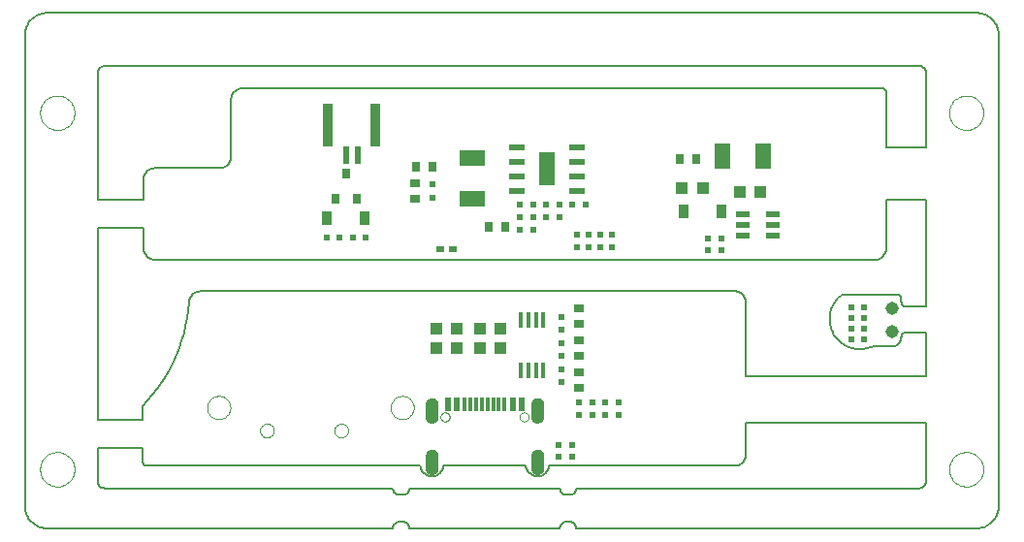
<source format=gtp>
G75*
G70*
%OFA0B0*%
%FSLAX24Y24*%
%IPPOS*%
%LPD*%
%AMOC8*
5,1,8,0,0,1.08239X$1,22.5*
%
%ADD10C,0.0050*%
%ADD11C,0.0000*%
%ADD12R,0.0197X0.0220*%
%ADD13R,0.0220X0.0197*%
%ADD14C,0.0450*%
%ADD15R,0.0236X0.0600*%
%ADD16R,0.0350X0.1450*%
%ADD17R,0.0394X0.0433*%
%ADD18R,0.0250X0.0197*%
%ADD19R,0.0472X0.0217*%
%ADD20R,0.0358X0.0480*%
%ADD21R,0.0551X0.0906*%
%ADD22R,0.0157X0.0551*%
%ADD23R,0.0354X0.0250*%
%ADD24R,0.0250X0.0354*%
%ADD25R,0.0315X0.0354*%
%ADD26R,0.0551X0.0236*%
%ADD27R,0.0551X0.1181*%
%ADD28R,0.0906X0.0551*%
%ADD29R,0.0118X0.0450*%
%ADD30R,0.0236X0.0450*%
%ADD31C,0.0004*%
D10*
X001677Y000927D02*
X013576Y000927D01*
X013576Y000955D01*
X013580Y000983D01*
X013587Y001010D01*
X013598Y001036D01*
X013612Y001060D01*
X013629Y001082D01*
X013649Y001102D01*
X013671Y001119D01*
X013695Y001133D01*
X013721Y001144D01*
X013748Y001151D01*
X013776Y001155D01*
X013926Y001155D01*
X013954Y001151D01*
X013981Y001144D01*
X014007Y001133D01*
X014031Y001119D01*
X014053Y001102D01*
X014073Y001082D01*
X014090Y001060D01*
X014104Y001036D01*
X014115Y001010D01*
X014122Y000983D01*
X014126Y000955D01*
X014126Y000927D01*
X019313Y000927D01*
X019313Y000955D01*
X019317Y000983D01*
X019324Y001010D01*
X019335Y001036D01*
X019349Y001060D01*
X019366Y001082D01*
X019386Y001102D01*
X019408Y001119D01*
X019432Y001133D01*
X019458Y001144D01*
X019485Y001151D01*
X019513Y001155D01*
X019663Y001155D01*
X019663Y001156D02*
X019692Y001152D01*
X019719Y001145D01*
X019745Y001135D01*
X019770Y001121D01*
X019793Y001104D01*
X019813Y001084D01*
X019831Y001062D01*
X019845Y001037D01*
X019857Y001011D01*
X019864Y000984D01*
X019868Y000956D01*
X019869Y000928D01*
X019869Y000927D02*
X033631Y000927D01*
X033630Y000927D02*
X033684Y000929D01*
X033738Y000934D01*
X033791Y000943D01*
X033844Y000956D01*
X033895Y000973D01*
X033945Y000993D01*
X033993Y001017D01*
X034040Y001044D01*
X034085Y001075D01*
X034127Y001108D01*
X034167Y001145D01*
X034204Y001184D01*
X034238Y001226D01*
X034269Y001270D01*
X034297Y001316D01*
X034321Y001364D01*
X034342Y001414D01*
X034360Y001465D01*
X034374Y001517D01*
X034384Y001570D01*
X034390Y001624D01*
X034392Y001677D01*
X034392Y017896D01*
X034392Y017895D02*
X034390Y017949D01*
X034383Y018003D01*
X034373Y018056D01*
X034360Y018108D01*
X034342Y018159D01*
X034321Y018209D01*
X034297Y018257D01*
X034269Y018303D01*
X034237Y018347D01*
X034203Y018388D01*
X034166Y018427D01*
X034126Y018464D01*
X034084Y018497D01*
X034040Y018528D01*
X033993Y018555D01*
X033945Y018578D01*
X033895Y018599D01*
X033843Y018615D01*
X033791Y018628D01*
X033738Y018637D01*
X033684Y018643D01*
X033631Y018644D01*
X001677Y018644D01*
X001624Y018642D01*
X001570Y018637D01*
X001518Y018627D01*
X001466Y018614D01*
X001415Y018597D01*
X001366Y018577D01*
X001318Y018553D01*
X001272Y018526D01*
X001228Y018495D01*
X001186Y018462D01*
X001147Y018425D01*
X001111Y018386D01*
X001077Y018345D01*
X001046Y018301D01*
X001019Y018255D01*
X000995Y018207D01*
X000975Y018158D01*
X000958Y018107D01*
X000944Y018055D01*
X000935Y018003D01*
X000929Y017949D01*
X000927Y017896D01*
X000927Y001677D01*
X000929Y001623D01*
X000935Y001570D01*
X000944Y001518D01*
X000957Y001466D01*
X000974Y001415D01*
X000995Y001365D01*
X001019Y001318D01*
X001046Y001272D01*
X001077Y001228D01*
X001110Y001186D01*
X001147Y001147D01*
X001186Y001110D01*
X001228Y001077D01*
X001272Y001046D01*
X001318Y001019D01*
X001365Y000995D01*
X001415Y000974D01*
X001466Y000957D01*
X001518Y000944D01*
X001570Y000935D01*
X001623Y000929D01*
X001677Y000927D01*
X003677Y002305D02*
X013576Y002305D01*
X013576Y002277D01*
X013580Y002249D01*
X013587Y002222D01*
X013598Y002196D01*
X013612Y002172D01*
X013629Y002150D01*
X013649Y002130D01*
X013671Y002113D01*
X013695Y002099D01*
X013721Y002088D01*
X013748Y002081D01*
X013776Y002077D01*
X013926Y002077D01*
X013954Y002081D01*
X013981Y002088D01*
X014007Y002099D01*
X014031Y002113D01*
X014053Y002130D01*
X014073Y002150D01*
X014090Y002172D01*
X014104Y002196D01*
X014115Y002222D01*
X014122Y002249D01*
X014126Y002277D01*
X014126Y002305D01*
X019313Y002305D01*
X019313Y002277D01*
X019317Y002249D01*
X019324Y002222D01*
X019335Y002196D01*
X019349Y002172D01*
X019366Y002150D01*
X019386Y002130D01*
X019408Y002113D01*
X019432Y002099D01*
X019458Y002088D01*
X019485Y002081D01*
X019513Y002077D01*
X019663Y002077D01*
X019692Y002081D01*
X019719Y002088D01*
X019745Y002098D01*
X019770Y002112D01*
X019793Y002129D01*
X019813Y002149D01*
X019831Y002171D01*
X019845Y002196D01*
X019857Y002222D01*
X019864Y002249D01*
X019868Y002277D01*
X019869Y002305D01*
X031642Y002305D01*
X031672Y002307D01*
X031702Y002312D01*
X031731Y002321D01*
X031758Y002334D01*
X031784Y002349D01*
X031808Y002368D01*
X031829Y002389D01*
X031848Y002413D01*
X031863Y002439D01*
X031876Y002466D01*
X031885Y002495D01*
X031890Y002525D01*
X031892Y002555D01*
X031892Y004570D01*
X025710Y004570D01*
X025710Y003477D01*
X025708Y003438D01*
X025702Y003399D01*
X025693Y003361D01*
X025680Y003324D01*
X025663Y003288D01*
X025643Y003255D01*
X025619Y003223D01*
X025593Y003194D01*
X025564Y003168D01*
X025532Y003144D01*
X025499Y003124D01*
X025463Y003107D01*
X025426Y003094D01*
X025388Y003085D01*
X025349Y003079D01*
X025310Y003077D01*
X018928Y003077D01*
X018928Y003078D02*
X018923Y003039D01*
X018914Y003001D01*
X018901Y002964D01*
X018885Y002929D01*
X018865Y002895D01*
X018842Y002863D01*
X018816Y002834D01*
X018787Y002808D01*
X018756Y002785D01*
X018722Y002764D01*
X018687Y002748D01*
X018650Y002734D01*
X018613Y002725D01*
X018574Y002719D01*
X018535Y002717D01*
X018496Y002719D01*
X018457Y002725D01*
X018420Y002734D01*
X018383Y002748D01*
X018348Y002764D01*
X018314Y002785D01*
X018283Y002808D01*
X018254Y002834D01*
X018228Y002863D01*
X018205Y002895D01*
X018185Y002929D01*
X018169Y002964D01*
X018156Y003001D01*
X018147Y003039D01*
X018142Y003078D01*
X018141Y003077D02*
X015298Y003077D01*
X015298Y003078D02*
X015293Y003039D01*
X015284Y003001D01*
X015271Y002964D01*
X015255Y002929D01*
X015235Y002895D01*
X015212Y002863D01*
X015186Y002834D01*
X015157Y002808D01*
X015126Y002785D01*
X015092Y002764D01*
X015057Y002748D01*
X015020Y002734D01*
X014983Y002725D01*
X014944Y002719D01*
X014905Y002717D01*
X014866Y002719D01*
X014827Y002725D01*
X014790Y002734D01*
X014753Y002748D01*
X014718Y002764D01*
X014684Y002785D01*
X014653Y002808D01*
X014624Y002834D01*
X014598Y002863D01*
X014575Y002895D01*
X014555Y002929D01*
X014539Y002964D01*
X014526Y003001D01*
X014517Y003039D01*
X014512Y003078D01*
X014511Y003077D02*
X005110Y003077D01*
X005085Y003082D01*
X005062Y003091D01*
X005039Y003103D01*
X005019Y003118D01*
X005001Y003136D01*
X004986Y003156D01*
X004974Y003178D01*
X004965Y003202D01*
X004960Y003227D01*
X004958Y003252D01*
X004960Y003277D01*
X004960Y003683D01*
X003427Y003683D01*
X003427Y002527D01*
X003431Y002499D01*
X003438Y002471D01*
X003448Y002444D01*
X003461Y002419D01*
X003477Y002396D01*
X003496Y002374D01*
X003517Y002355D01*
X003541Y002339D01*
X003566Y002326D01*
X003593Y002316D01*
X003620Y002309D01*
X003648Y002305D01*
X003677Y002305D01*
X003427Y004671D02*
X004960Y004671D01*
X004960Y005127D01*
X003427Y004671D02*
X003427Y011245D01*
X004994Y011245D01*
X004994Y010564D01*
X004996Y010525D01*
X005002Y010486D01*
X005011Y010448D01*
X005024Y010411D01*
X005041Y010375D01*
X005061Y010342D01*
X005085Y010310D01*
X005111Y010281D01*
X005140Y010255D01*
X005172Y010231D01*
X005205Y010211D01*
X005241Y010194D01*
X005278Y010181D01*
X005316Y010172D01*
X005355Y010166D01*
X005394Y010164D01*
X030138Y010164D01*
X030177Y010166D01*
X030216Y010172D01*
X030254Y010181D01*
X030291Y010194D01*
X030327Y010211D01*
X030360Y010231D01*
X030392Y010255D01*
X030421Y010281D01*
X030447Y010310D01*
X030471Y010342D01*
X030491Y010375D01*
X030508Y010411D01*
X030521Y010448D01*
X030530Y010486D01*
X030536Y010525D01*
X030538Y010564D01*
X030538Y012220D01*
X031892Y012220D01*
X031892Y008560D01*
X031192Y008560D01*
X031169Y008564D01*
X031147Y008571D01*
X031126Y008581D01*
X031107Y008594D01*
X031090Y008610D01*
X031076Y008628D01*
X031064Y008648D01*
X031055Y008669D01*
X031049Y008691D01*
X031046Y008714D01*
X031047Y008737D01*
X031046Y008738D02*
X031046Y008800D01*
X031046Y008823D01*
X031042Y008846D01*
X031036Y008868D01*
X031026Y008889D01*
X031014Y008908D01*
X030999Y008925D01*
X030981Y008940D01*
X030962Y008953D01*
X030941Y008962D01*
X030919Y008968D01*
X030896Y008972D01*
X029019Y008972D01*
X028969Y008934D01*
X028921Y008893D01*
X028876Y008849D01*
X028834Y008803D01*
X028794Y008754D01*
X028758Y008702D01*
X028725Y008649D01*
X028695Y008594D01*
X028668Y008537D01*
X028645Y008478D01*
X028626Y008418D01*
X028610Y008357D01*
X028598Y008296D01*
X028589Y008233D01*
X028585Y008170D01*
X028584Y008108D01*
X028587Y008045D01*
X028594Y007982D01*
X028605Y007920D01*
X028619Y007859D01*
X028637Y007799D01*
X028659Y007740D01*
X028684Y007682D01*
X028713Y007626D01*
X028745Y007572D01*
X028780Y007520D01*
X028818Y007470D01*
X028859Y007422D01*
X028904Y007377D01*
X028950Y007335D01*
X028999Y007296D01*
X029051Y007260D01*
X029104Y007227D01*
X029160Y007197D01*
X029217Y007171D01*
X029275Y007148D01*
X029335Y007129D01*
X029396Y007113D01*
X029458Y007101D01*
X029520Y007093D01*
X029583Y007089D01*
X029646Y007088D01*
X029709Y007092D01*
X029771Y007099D01*
X029833Y007110D01*
X029895Y007124D01*
X029955Y007142D01*
X030014Y007164D01*
X030071Y007190D01*
X030731Y007190D01*
X030764Y007192D01*
X030797Y007198D01*
X030829Y007207D01*
X030860Y007219D01*
X030890Y007234D01*
X030918Y007253D01*
X030943Y007274D01*
X030966Y007298D01*
X030987Y007324D01*
X031005Y007352D01*
X031020Y007382D01*
X031031Y007413D01*
X031040Y007445D01*
X031045Y007478D01*
X031046Y007511D01*
X031047Y007511D02*
X031050Y007534D01*
X031057Y007556D01*
X031067Y007577D01*
X031080Y007597D01*
X031095Y007614D01*
X031113Y007629D01*
X031133Y007641D01*
X031154Y007651D01*
X031177Y007657D01*
X031200Y007660D01*
X031223Y007659D01*
X031223Y007660D02*
X031892Y007660D01*
X031892Y006158D01*
X025710Y006158D01*
X025710Y008677D01*
X025708Y008716D01*
X025702Y008755D01*
X025693Y008793D01*
X025680Y008830D01*
X025663Y008866D01*
X025643Y008899D01*
X025619Y008931D01*
X025593Y008960D01*
X025564Y008986D01*
X025532Y009010D01*
X025499Y009030D01*
X025463Y009047D01*
X025426Y009060D01*
X025388Y009069D01*
X025349Y009075D01*
X025310Y009077D01*
X006960Y009077D01*
X006921Y009075D01*
X006882Y009069D01*
X006844Y009060D01*
X006807Y009047D01*
X006771Y009030D01*
X006738Y009010D01*
X006706Y008986D01*
X006677Y008960D01*
X006651Y008931D01*
X006627Y008899D01*
X006607Y008866D01*
X006590Y008830D01*
X006577Y008793D01*
X006568Y008755D01*
X006562Y008716D01*
X006560Y008677D01*
X006534Y008413D01*
X006496Y008151D01*
X006446Y007891D01*
X006384Y007633D01*
X006310Y007379D01*
X006224Y007129D01*
X006126Y006882D01*
X006017Y006641D01*
X005897Y006404D01*
X005767Y006174D01*
X005625Y005950D01*
X005473Y005733D01*
X005312Y005523D01*
X005141Y005321D01*
X004960Y005127D01*
X004994Y012233D02*
X003427Y012233D01*
X003427Y016586D01*
X003429Y016616D01*
X003434Y016646D01*
X003443Y016675D01*
X003456Y016702D01*
X003471Y016728D01*
X003490Y016752D01*
X003511Y016773D01*
X003535Y016792D01*
X003561Y016807D01*
X003588Y016820D01*
X003617Y016829D01*
X003647Y016834D01*
X003677Y016836D01*
X031642Y016836D01*
X031672Y016834D01*
X031702Y016829D01*
X031731Y016820D01*
X031758Y016807D01*
X031784Y016792D01*
X031808Y016773D01*
X031829Y016752D01*
X031848Y016728D01*
X031863Y016702D01*
X031876Y016675D01*
X031885Y016646D01*
X031890Y016616D01*
X031892Y016586D01*
X031892Y014008D01*
X030538Y014008D01*
X030538Y015914D01*
X030536Y015937D01*
X030531Y015960D01*
X030522Y015982D01*
X030509Y016002D01*
X030494Y016020D01*
X030476Y016035D01*
X030456Y016048D01*
X030434Y016057D01*
X030411Y016062D01*
X030388Y016064D01*
X008410Y016064D01*
X008371Y016062D01*
X008332Y016056D01*
X008294Y016047D01*
X008257Y016034D01*
X008221Y016017D01*
X008188Y015997D01*
X008156Y015973D01*
X008127Y015947D01*
X008101Y015918D01*
X008077Y015886D01*
X008057Y015853D01*
X008040Y015817D01*
X008027Y015780D01*
X008018Y015742D01*
X008012Y015703D01*
X008010Y015664D01*
X008010Y013714D01*
X008008Y013675D01*
X008002Y013636D01*
X007993Y013598D01*
X007980Y013561D01*
X007963Y013525D01*
X007943Y013492D01*
X007919Y013460D01*
X007893Y013431D01*
X007864Y013405D01*
X007832Y013381D01*
X007799Y013361D01*
X007763Y013344D01*
X007726Y013331D01*
X007688Y013322D01*
X007649Y013316D01*
X007610Y013314D01*
X005394Y013314D01*
X005355Y013312D01*
X005316Y013306D01*
X005278Y013297D01*
X005241Y013284D01*
X005205Y013267D01*
X005172Y013247D01*
X005140Y013223D01*
X005111Y013197D01*
X005085Y013168D01*
X005061Y013136D01*
X005041Y013103D01*
X005024Y013067D01*
X005011Y013030D01*
X005002Y012992D01*
X004996Y012953D01*
X004994Y012914D01*
X004994Y012233D01*
D11*
X001440Y015215D02*
X001442Y015263D01*
X001448Y015311D01*
X001458Y015358D01*
X001471Y015404D01*
X001489Y015449D01*
X001509Y015493D01*
X001534Y015535D01*
X001562Y015574D01*
X001592Y015611D01*
X001626Y015645D01*
X001663Y015677D01*
X001701Y015706D01*
X001742Y015731D01*
X001785Y015753D01*
X001830Y015771D01*
X001876Y015785D01*
X001923Y015796D01*
X001971Y015803D01*
X002019Y015806D01*
X002067Y015805D01*
X002115Y015800D01*
X002163Y015791D01*
X002209Y015779D01*
X002254Y015762D01*
X002298Y015742D01*
X002340Y015719D01*
X002380Y015692D01*
X002418Y015662D01*
X002453Y015629D01*
X002485Y015593D01*
X002515Y015555D01*
X002541Y015514D01*
X002563Y015471D01*
X002583Y015427D01*
X002598Y015382D01*
X002610Y015335D01*
X002618Y015287D01*
X002622Y015239D01*
X002622Y015191D01*
X002618Y015143D01*
X002610Y015095D01*
X002598Y015048D01*
X002583Y015003D01*
X002563Y014959D01*
X002541Y014916D01*
X002515Y014875D01*
X002485Y014837D01*
X002453Y014801D01*
X002418Y014768D01*
X002380Y014738D01*
X002340Y014711D01*
X002298Y014688D01*
X002254Y014668D01*
X002209Y014651D01*
X002163Y014639D01*
X002115Y014630D01*
X002067Y014625D01*
X002019Y014624D01*
X001971Y014627D01*
X001923Y014634D01*
X001876Y014645D01*
X001830Y014659D01*
X001785Y014677D01*
X001742Y014699D01*
X001701Y014724D01*
X001663Y014753D01*
X001626Y014785D01*
X001592Y014819D01*
X001562Y014856D01*
X001534Y014895D01*
X001509Y014937D01*
X001489Y014981D01*
X001471Y015026D01*
X001458Y015072D01*
X001448Y015119D01*
X001442Y015167D01*
X001440Y015215D01*
X007182Y005080D02*
X007184Y005120D01*
X007190Y005159D01*
X007200Y005198D01*
X007213Y005235D01*
X007231Y005271D01*
X007252Y005305D01*
X007276Y005337D01*
X007303Y005366D01*
X007333Y005393D01*
X007365Y005416D01*
X007400Y005436D01*
X007436Y005452D01*
X007474Y005465D01*
X007513Y005474D01*
X007552Y005479D01*
X007592Y005480D01*
X007632Y005477D01*
X007671Y005470D01*
X007709Y005459D01*
X007747Y005445D01*
X007782Y005426D01*
X007815Y005405D01*
X007847Y005380D01*
X007875Y005352D01*
X007901Y005322D01*
X007923Y005289D01*
X007942Y005254D01*
X007958Y005217D01*
X007970Y005179D01*
X007978Y005140D01*
X007982Y005100D01*
X007982Y005060D01*
X007978Y005020D01*
X007970Y004981D01*
X007958Y004943D01*
X007942Y004906D01*
X007923Y004871D01*
X007901Y004838D01*
X007875Y004808D01*
X007847Y004780D01*
X007815Y004755D01*
X007782Y004734D01*
X007747Y004715D01*
X007709Y004701D01*
X007671Y004690D01*
X007632Y004683D01*
X007592Y004680D01*
X007552Y004681D01*
X007513Y004686D01*
X007474Y004695D01*
X007436Y004708D01*
X007400Y004724D01*
X007365Y004744D01*
X007333Y004767D01*
X007303Y004794D01*
X007276Y004823D01*
X007252Y004855D01*
X007231Y004889D01*
X007213Y004925D01*
X007200Y004962D01*
X007190Y005001D01*
X007184Y005040D01*
X007182Y005080D01*
X009001Y004288D02*
X009003Y004318D01*
X009009Y004348D01*
X009018Y004377D01*
X009031Y004404D01*
X009048Y004429D01*
X009067Y004452D01*
X009090Y004473D01*
X009115Y004490D01*
X009141Y004504D01*
X009170Y004514D01*
X009199Y004521D01*
X009229Y004524D01*
X009260Y004523D01*
X009290Y004518D01*
X009319Y004509D01*
X009346Y004497D01*
X009372Y004482D01*
X009396Y004463D01*
X009417Y004441D01*
X009435Y004417D01*
X009450Y004390D01*
X009461Y004362D01*
X009469Y004333D01*
X009473Y004303D01*
X009473Y004273D01*
X009469Y004243D01*
X009461Y004214D01*
X009450Y004186D01*
X009435Y004159D01*
X009417Y004135D01*
X009396Y004113D01*
X009372Y004094D01*
X009346Y004079D01*
X009319Y004067D01*
X009290Y004058D01*
X009260Y004053D01*
X009229Y004052D01*
X009199Y004055D01*
X009170Y004062D01*
X009141Y004072D01*
X009115Y004086D01*
X009090Y004103D01*
X009067Y004124D01*
X009048Y004147D01*
X009031Y004172D01*
X009018Y004199D01*
X009009Y004228D01*
X009003Y004258D01*
X009001Y004288D01*
X011560Y004288D02*
X011562Y004318D01*
X011568Y004348D01*
X011577Y004377D01*
X011590Y004404D01*
X011607Y004429D01*
X011626Y004452D01*
X011649Y004473D01*
X011674Y004490D01*
X011700Y004504D01*
X011729Y004514D01*
X011758Y004521D01*
X011788Y004524D01*
X011819Y004523D01*
X011849Y004518D01*
X011878Y004509D01*
X011905Y004497D01*
X011931Y004482D01*
X011955Y004463D01*
X011976Y004441D01*
X011994Y004417D01*
X012009Y004390D01*
X012020Y004362D01*
X012028Y004333D01*
X012032Y004303D01*
X012032Y004273D01*
X012028Y004243D01*
X012020Y004214D01*
X012009Y004186D01*
X011994Y004159D01*
X011976Y004135D01*
X011955Y004113D01*
X011931Y004094D01*
X011905Y004079D01*
X011878Y004067D01*
X011849Y004058D01*
X011819Y004053D01*
X011788Y004052D01*
X011758Y004055D01*
X011729Y004062D01*
X011700Y004072D01*
X011674Y004086D01*
X011649Y004103D01*
X011626Y004124D01*
X011607Y004147D01*
X011590Y004172D01*
X011577Y004199D01*
X011568Y004228D01*
X011562Y004258D01*
X011560Y004288D01*
X013487Y005080D02*
X013489Y005120D01*
X013495Y005159D01*
X013505Y005198D01*
X013518Y005235D01*
X013536Y005271D01*
X013557Y005305D01*
X013581Y005337D01*
X013608Y005366D01*
X013638Y005393D01*
X013670Y005416D01*
X013705Y005436D01*
X013741Y005452D01*
X013779Y005465D01*
X013818Y005474D01*
X013857Y005479D01*
X013897Y005480D01*
X013937Y005477D01*
X013976Y005470D01*
X014014Y005459D01*
X014052Y005445D01*
X014087Y005426D01*
X014120Y005405D01*
X014152Y005380D01*
X014180Y005352D01*
X014206Y005322D01*
X014228Y005289D01*
X014247Y005254D01*
X014263Y005217D01*
X014275Y005179D01*
X014283Y005140D01*
X014287Y005100D01*
X014287Y005060D01*
X014283Y005020D01*
X014275Y004981D01*
X014263Y004943D01*
X014247Y004906D01*
X014228Y004871D01*
X014206Y004838D01*
X014180Y004808D01*
X014152Y004780D01*
X014120Y004755D01*
X014087Y004734D01*
X014052Y004715D01*
X014014Y004701D01*
X013976Y004690D01*
X013937Y004683D01*
X013897Y004680D01*
X013857Y004681D01*
X013818Y004686D01*
X013779Y004695D01*
X013741Y004708D01*
X013705Y004724D01*
X013670Y004744D01*
X013638Y004767D01*
X013608Y004794D01*
X013581Y004823D01*
X013557Y004855D01*
X013536Y004889D01*
X013518Y004925D01*
X013505Y004962D01*
X013495Y005001D01*
X013489Y005040D01*
X013487Y005080D01*
X015204Y004757D02*
X015206Y004782D01*
X015212Y004806D01*
X015221Y004828D01*
X015234Y004849D01*
X015250Y004868D01*
X015269Y004884D01*
X015290Y004897D01*
X015312Y004906D01*
X015336Y004912D01*
X015361Y004914D01*
X015386Y004912D01*
X015410Y004906D01*
X015432Y004897D01*
X015453Y004884D01*
X015472Y004868D01*
X015488Y004849D01*
X015501Y004828D01*
X015510Y004806D01*
X015516Y004782D01*
X015518Y004757D01*
X015516Y004732D01*
X015510Y004708D01*
X015501Y004686D01*
X015488Y004665D01*
X015472Y004646D01*
X015453Y004630D01*
X015432Y004617D01*
X015410Y004608D01*
X015386Y004602D01*
X015361Y004600D01*
X015336Y004602D01*
X015312Y004608D01*
X015290Y004617D01*
X015269Y004630D01*
X015250Y004646D01*
X015234Y004665D01*
X015221Y004686D01*
X015212Y004708D01*
X015206Y004732D01*
X015204Y004757D01*
X017921Y004757D02*
X017923Y004782D01*
X017929Y004806D01*
X017938Y004828D01*
X017951Y004849D01*
X017967Y004868D01*
X017986Y004884D01*
X018007Y004897D01*
X018029Y004906D01*
X018053Y004912D01*
X018078Y004914D01*
X018103Y004912D01*
X018127Y004906D01*
X018149Y004897D01*
X018170Y004884D01*
X018189Y004868D01*
X018205Y004849D01*
X018218Y004828D01*
X018227Y004806D01*
X018233Y004782D01*
X018235Y004757D01*
X018233Y004732D01*
X018227Y004708D01*
X018218Y004686D01*
X018205Y004665D01*
X018189Y004646D01*
X018170Y004630D01*
X018149Y004617D01*
X018127Y004608D01*
X018103Y004602D01*
X018078Y004600D01*
X018053Y004602D01*
X018029Y004608D01*
X018007Y004617D01*
X017986Y004630D01*
X017967Y004646D01*
X017951Y004665D01*
X017938Y004686D01*
X017929Y004708D01*
X017923Y004732D01*
X017921Y004757D01*
X032687Y002959D02*
X032689Y003007D01*
X032695Y003055D01*
X032705Y003102D01*
X032718Y003148D01*
X032736Y003193D01*
X032756Y003237D01*
X032781Y003279D01*
X032809Y003318D01*
X032839Y003355D01*
X032873Y003389D01*
X032910Y003421D01*
X032948Y003450D01*
X032989Y003475D01*
X033032Y003497D01*
X033077Y003515D01*
X033123Y003529D01*
X033170Y003540D01*
X033218Y003547D01*
X033266Y003550D01*
X033314Y003549D01*
X033362Y003544D01*
X033410Y003535D01*
X033456Y003523D01*
X033501Y003506D01*
X033545Y003486D01*
X033587Y003463D01*
X033627Y003436D01*
X033665Y003406D01*
X033700Y003373D01*
X033732Y003337D01*
X033762Y003299D01*
X033788Y003258D01*
X033810Y003215D01*
X033830Y003171D01*
X033845Y003126D01*
X033857Y003079D01*
X033865Y003031D01*
X033869Y002983D01*
X033869Y002935D01*
X033865Y002887D01*
X033857Y002839D01*
X033845Y002792D01*
X033830Y002747D01*
X033810Y002703D01*
X033788Y002660D01*
X033762Y002619D01*
X033732Y002581D01*
X033700Y002545D01*
X033665Y002512D01*
X033627Y002482D01*
X033587Y002455D01*
X033545Y002432D01*
X033501Y002412D01*
X033456Y002395D01*
X033410Y002383D01*
X033362Y002374D01*
X033314Y002369D01*
X033266Y002368D01*
X033218Y002371D01*
X033170Y002378D01*
X033123Y002389D01*
X033077Y002403D01*
X033032Y002421D01*
X032989Y002443D01*
X032948Y002468D01*
X032910Y002497D01*
X032873Y002529D01*
X032839Y002563D01*
X032809Y002600D01*
X032781Y002639D01*
X032756Y002681D01*
X032736Y002725D01*
X032718Y002770D01*
X032705Y002816D01*
X032695Y002863D01*
X032689Y002911D01*
X032687Y002959D01*
X032687Y015215D02*
X032689Y015263D01*
X032695Y015311D01*
X032705Y015358D01*
X032718Y015404D01*
X032736Y015449D01*
X032756Y015493D01*
X032781Y015535D01*
X032809Y015574D01*
X032839Y015611D01*
X032873Y015645D01*
X032910Y015677D01*
X032948Y015706D01*
X032989Y015731D01*
X033032Y015753D01*
X033077Y015771D01*
X033123Y015785D01*
X033170Y015796D01*
X033218Y015803D01*
X033266Y015806D01*
X033314Y015805D01*
X033362Y015800D01*
X033410Y015791D01*
X033456Y015779D01*
X033501Y015762D01*
X033545Y015742D01*
X033587Y015719D01*
X033627Y015692D01*
X033665Y015662D01*
X033700Y015629D01*
X033732Y015593D01*
X033762Y015555D01*
X033788Y015514D01*
X033810Y015471D01*
X033830Y015427D01*
X033845Y015382D01*
X033857Y015335D01*
X033865Y015287D01*
X033869Y015239D01*
X033869Y015191D01*
X033865Y015143D01*
X033857Y015095D01*
X033845Y015048D01*
X033830Y015003D01*
X033810Y014959D01*
X033788Y014916D01*
X033762Y014875D01*
X033732Y014837D01*
X033700Y014801D01*
X033665Y014768D01*
X033627Y014738D01*
X033587Y014711D01*
X033545Y014688D01*
X033501Y014668D01*
X033456Y014651D01*
X033410Y014639D01*
X033362Y014630D01*
X033314Y014625D01*
X033266Y014624D01*
X033218Y014627D01*
X033170Y014634D01*
X033123Y014645D01*
X033077Y014659D01*
X033032Y014677D01*
X032989Y014699D01*
X032948Y014724D01*
X032910Y014753D01*
X032873Y014785D01*
X032839Y014819D01*
X032809Y014856D01*
X032781Y014895D01*
X032756Y014937D01*
X032736Y014981D01*
X032718Y015026D01*
X032705Y015072D01*
X032695Y015119D01*
X032689Y015167D01*
X032687Y015215D01*
X001440Y002959D02*
X001442Y003007D01*
X001448Y003055D01*
X001458Y003102D01*
X001471Y003148D01*
X001489Y003193D01*
X001509Y003237D01*
X001534Y003279D01*
X001562Y003318D01*
X001592Y003355D01*
X001626Y003389D01*
X001663Y003421D01*
X001701Y003450D01*
X001742Y003475D01*
X001785Y003497D01*
X001830Y003515D01*
X001876Y003529D01*
X001923Y003540D01*
X001971Y003547D01*
X002019Y003550D01*
X002067Y003549D01*
X002115Y003544D01*
X002163Y003535D01*
X002209Y003523D01*
X002254Y003506D01*
X002298Y003486D01*
X002340Y003463D01*
X002380Y003436D01*
X002418Y003406D01*
X002453Y003373D01*
X002485Y003337D01*
X002515Y003299D01*
X002541Y003258D01*
X002563Y003215D01*
X002583Y003171D01*
X002598Y003126D01*
X002610Y003079D01*
X002618Y003031D01*
X002622Y002983D01*
X002622Y002935D01*
X002618Y002887D01*
X002610Y002839D01*
X002598Y002792D01*
X002583Y002747D01*
X002563Y002703D01*
X002541Y002660D01*
X002515Y002619D01*
X002485Y002581D01*
X002453Y002545D01*
X002418Y002512D01*
X002380Y002482D01*
X002340Y002455D01*
X002298Y002432D01*
X002254Y002412D01*
X002209Y002395D01*
X002163Y002383D01*
X002115Y002374D01*
X002067Y002369D01*
X002019Y002368D01*
X001971Y002371D01*
X001923Y002378D01*
X001876Y002389D01*
X001830Y002403D01*
X001785Y002421D01*
X001742Y002443D01*
X001701Y002468D01*
X001663Y002497D01*
X001626Y002529D01*
X001592Y002563D01*
X001562Y002600D01*
X001534Y002639D01*
X001509Y002681D01*
X001489Y002725D01*
X001471Y002770D01*
X001458Y002816D01*
X001448Y002863D01*
X001442Y002911D01*
X001440Y002959D01*
D12*
X014944Y012305D03*
X014944Y012752D03*
X019884Y011038D03*
X020284Y011038D03*
X020684Y011038D03*
X021084Y011038D03*
X021084Y010592D03*
X020684Y010592D03*
X020284Y010592D03*
X019884Y010592D03*
X019358Y008195D03*
X019358Y007749D03*
X019358Y007295D03*
X019358Y006849D03*
X019358Y006405D03*
X019358Y005958D03*
D13*
X019974Y005249D03*
X020421Y005249D03*
X020421Y004823D03*
X019974Y004823D03*
X020868Y004823D03*
X021315Y004823D03*
X021315Y005249D03*
X020868Y005249D03*
X019724Y003789D03*
X019278Y003789D03*
X019278Y003379D03*
X019724Y003379D03*
X029323Y007432D03*
X029770Y007432D03*
X029770Y007792D03*
X029323Y007792D03*
X029323Y008152D03*
X029770Y008152D03*
X029770Y008512D03*
X029323Y008512D03*
X024859Y010477D03*
X024412Y010477D03*
X024412Y010888D03*
X024859Y010888D03*
X020189Y012047D03*
X019742Y012047D03*
X019289Y012047D03*
X018842Y012047D03*
X018389Y012047D03*
X018389Y011616D03*
X018842Y011616D03*
X019289Y011616D03*
X018389Y011190D03*
X017942Y011190D03*
X017942Y011616D03*
X017942Y012047D03*
X012628Y010927D03*
X012182Y010927D03*
X011728Y010927D03*
X011282Y010927D03*
D14*
X030746Y008502D03*
X030746Y007702D03*
D15*
X012353Y013747D03*
X011959Y013747D03*
D16*
X011347Y014792D03*
X012964Y014792D03*
D17*
X023509Y012627D03*
X024219Y012627D03*
X025493Y012477D03*
X026203Y012477D03*
X017262Y007780D03*
X016553Y007780D03*
X015762Y007781D03*
X015053Y007781D03*
X015053Y007130D03*
X015762Y007130D03*
X016553Y007130D03*
X017262Y007130D03*
D18*
X015645Y010512D03*
X015205Y010512D03*
D19*
X025610Y010988D03*
X025610Y011362D03*
X025610Y011736D03*
X026634Y011736D03*
X026634Y011362D03*
X026634Y010988D03*
D20*
X024859Y011827D03*
X023569Y011827D03*
X012600Y011577D03*
X011310Y011577D03*
D21*
X024887Y013712D03*
X026284Y013712D03*
D22*
X018742Y008080D03*
X018486Y008080D03*
X018230Y008080D03*
X017974Y008080D03*
X017974Y006347D03*
X018230Y006347D03*
X018486Y006347D03*
X018742Y006347D03*
D23*
X019970Y006301D03*
X019970Y005754D03*
X019972Y006854D03*
X019972Y007401D03*
X019972Y007954D03*
X019972Y008501D03*
X014341Y012255D03*
X014341Y012802D03*
D24*
X014369Y013355D03*
X014915Y013355D03*
X016872Y011289D03*
X017418Y011289D03*
X023441Y013612D03*
X023988Y013612D03*
D25*
X012329Y012254D03*
X011581Y012254D03*
X011955Y013110D03*
D26*
X017822Y013038D03*
X017822Y012538D03*
X017822Y013538D03*
X017822Y014038D03*
X019909Y014038D03*
X019909Y013538D03*
X019909Y013038D03*
X019909Y012538D03*
D27*
X018866Y013288D03*
D28*
X016292Y013660D03*
X016292Y012262D03*
D29*
X016228Y005203D03*
X016424Y005203D03*
X016621Y005203D03*
X016818Y005203D03*
X017015Y005203D03*
X017212Y005203D03*
X017409Y005203D03*
X016031Y005203D03*
D30*
X015755Y005203D03*
X015450Y005203D03*
X017684Y005203D03*
X017989Y005203D03*
D31*
X018339Y005192D02*
X018342Y005236D01*
X018355Y005279D01*
X018377Y005317D01*
X018694Y005317D01*
X018696Y005314D02*
X018375Y005314D01*
X018374Y005312D02*
X018697Y005312D01*
X018699Y005310D02*
X018372Y005310D01*
X018371Y005307D02*
X018701Y005307D01*
X018702Y005305D02*
X018370Y005305D01*
X018368Y005302D02*
X018704Y005302D01*
X018706Y005300D02*
X018367Y005300D01*
X018365Y005297D02*
X018707Y005297D01*
X018709Y005296D02*
X018725Y005255D01*
X018732Y005212D01*
X018732Y004740D01*
X018724Y004698D01*
X018706Y004660D01*
X018680Y004627D01*
X018648Y004600D01*
X018610Y004581D01*
X018570Y004571D01*
X018485Y004571D01*
X018489Y004570D02*
X018452Y004579D01*
X018418Y004595D01*
X018388Y004619D01*
X018364Y004648D01*
X018347Y004683D01*
X018717Y004683D01*
X018716Y004681D02*
X018348Y004681D01*
X018347Y004683D02*
X018339Y004720D01*
X018339Y005192D01*
X018339Y005193D02*
X018732Y005193D01*
X018732Y005195D02*
X018339Y005195D01*
X018339Y005197D02*
X018732Y005197D01*
X018732Y005200D02*
X018339Y005200D01*
X018339Y005202D02*
X018732Y005202D01*
X018732Y005205D02*
X018339Y005205D01*
X018340Y005207D02*
X018732Y005207D01*
X018732Y005210D02*
X018340Y005210D01*
X018340Y005212D02*
X018732Y005212D01*
X018732Y005215D02*
X018340Y005215D01*
X018340Y005217D02*
X018731Y005217D01*
X018731Y005219D02*
X018341Y005219D01*
X018341Y005222D02*
X018731Y005222D01*
X018730Y005224D02*
X018341Y005224D01*
X018341Y005227D02*
X018730Y005227D01*
X018729Y005229D02*
X018341Y005229D01*
X018341Y005232D02*
X018729Y005232D01*
X018729Y005234D02*
X018342Y005234D01*
X018342Y005236D02*
X018728Y005236D01*
X018728Y005239D02*
X018343Y005239D01*
X018343Y005241D02*
X018727Y005241D01*
X018727Y005244D02*
X018344Y005244D01*
X018345Y005246D02*
X018727Y005246D01*
X018726Y005249D02*
X018346Y005249D01*
X018346Y005251D02*
X018726Y005251D01*
X018725Y005254D02*
X018347Y005254D01*
X018348Y005256D02*
X018725Y005256D01*
X018724Y005258D02*
X018349Y005258D01*
X018349Y005261D02*
X018723Y005261D01*
X018722Y005263D02*
X018350Y005263D01*
X018351Y005266D02*
X018721Y005266D01*
X018720Y005268D02*
X018351Y005268D01*
X018352Y005271D02*
X018719Y005271D01*
X018718Y005273D02*
X018353Y005273D01*
X018354Y005275D02*
X018717Y005275D01*
X018716Y005278D02*
X018354Y005278D01*
X018356Y005280D02*
X018715Y005280D01*
X018714Y005283D02*
X018357Y005283D01*
X018358Y005285D02*
X018713Y005285D01*
X018712Y005288D02*
X018360Y005288D01*
X018361Y005290D02*
X018711Y005290D01*
X018710Y005293D02*
X018363Y005293D01*
X018364Y005295D02*
X018709Y005295D01*
X018709Y005296D02*
X018684Y005331D01*
X018651Y005361D01*
X018423Y005361D01*
X018420Y005358D02*
X018654Y005358D01*
X018657Y005356D02*
X018416Y005356D01*
X018413Y005353D02*
X018659Y005353D01*
X018662Y005351D02*
X018409Y005351D01*
X018407Y005349D02*
X018443Y005374D01*
X018484Y005390D01*
X018528Y005397D01*
X018571Y005394D01*
X018613Y005382D01*
X018651Y005361D01*
X018647Y005363D02*
X018427Y005363D01*
X018430Y005366D02*
X018642Y005366D01*
X018638Y005368D02*
X018434Y005368D01*
X018438Y005371D02*
X018634Y005371D01*
X018629Y005373D02*
X018441Y005373D01*
X018446Y005375D02*
X018625Y005375D01*
X018621Y005378D02*
X018452Y005378D01*
X018458Y005380D02*
X018616Y005380D01*
X018611Y005383D02*
X018464Y005383D01*
X018471Y005385D02*
X018603Y005385D01*
X018594Y005388D02*
X018477Y005388D01*
X018483Y005390D02*
X018586Y005390D01*
X018578Y005392D02*
X018497Y005392D01*
X018513Y005395D02*
X018563Y005395D01*
X018665Y005349D02*
X018406Y005349D01*
X018407Y005349D02*
X018377Y005317D01*
X018379Y005319D02*
X018692Y005319D01*
X018690Y005322D02*
X018381Y005322D01*
X018383Y005324D02*
X018689Y005324D01*
X018687Y005327D02*
X018386Y005327D01*
X018388Y005329D02*
X018685Y005329D01*
X018684Y005332D02*
X018390Y005332D01*
X018392Y005334D02*
X018681Y005334D01*
X018678Y005336D02*
X018395Y005336D01*
X018397Y005339D02*
X018675Y005339D01*
X018673Y005341D02*
X018399Y005341D01*
X018401Y005344D02*
X018670Y005344D01*
X018667Y005346D02*
X018404Y005346D01*
X018339Y005190D02*
X018732Y005190D01*
X018732Y005188D02*
X018339Y005188D01*
X018339Y005185D02*
X018732Y005185D01*
X018732Y005183D02*
X018339Y005183D01*
X018339Y005180D02*
X018732Y005180D01*
X018732Y005178D02*
X018339Y005178D01*
X018339Y005176D02*
X018732Y005176D01*
X018732Y005173D02*
X018339Y005173D01*
X018339Y005171D02*
X018732Y005171D01*
X018732Y005168D02*
X018339Y005168D01*
X018339Y005166D02*
X018732Y005166D01*
X018732Y005163D02*
X018339Y005163D01*
X018339Y005161D02*
X018732Y005161D01*
X018732Y005158D02*
X018339Y005158D01*
X018339Y005156D02*
X018732Y005156D01*
X018732Y005154D02*
X018339Y005154D01*
X018339Y005151D02*
X018732Y005151D01*
X018732Y005149D02*
X018339Y005149D01*
X018339Y005146D02*
X018732Y005146D01*
X018732Y005144D02*
X018339Y005144D01*
X018339Y005141D02*
X018732Y005141D01*
X018732Y005139D02*
X018339Y005139D01*
X018339Y005137D02*
X018732Y005137D01*
X018732Y005134D02*
X018339Y005134D01*
X018339Y005132D02*
X018732Y005132D01*
X018732Y005129D02*
X018339Y005129D01*
X018339Y005127D02*
X018732Y005127D01*
X018732Y005124D02*
X018339Y005124D01*
X018339Y005122D02*
X018732Y005122D01*
X018732Y005119D02*
X018339Y005119D01*
X018339Y005117D02*
X018732Y005117D01*
X018732Y005115D02*
X018339Y005115D01*
X018339Y005112D02*
X018732Y005112D01*
X018732Y005110D02*
X018339Y005110D01*
X018339Y005107D02*
X018732Y005107D01*
X018732Y005105D02*
X018339Y005105D01*
X018339Y005102D02*
X018732Y005102D01*
X018732Y005100D02*
X018339Y005100D01*
X018339Y005098D02*
X018732Y005098D01*
X018732Y005095D02*
X018339Y005095D01*
X018339Y005093D02*
X018732Y005093D01*
X018732Y005090D02*
X018339Y005090D01*
X018339Y005088D02*
X018732Y005088D01*
X018732Y005085D02*
X018339Y005085D01*
X018339Y005083D02*
X018732Y005083D01*
X018732Y005080D02*
X018339Y005080D01*
X018339Y005078D02*
X018732Y005078D01*
X018732Y005076D02*
X018339Y005076D01*
X018339Y005073D02*
X018732Y005073D01*
X018732Y005071D02*
X018339Y005071D01*
X018339Y005068D02*
X018732Y005068D01*
X018732Y005066D02*
X018339Y005066D01*
X018339Y005063D02*
X018732Y005063D01*
X018732Y005061D02*
X018339Y005061D01*
X018339Y005059D02*
X018732Y005059D01*
X018732Y005056D02*
X018339Y005056D01*
X018339Y005054D02*
X018732Y005054D01*
X018732Y005051D02*
X018339Y005051D01*
X018339Y005049D02*
X018732Y005049D01*
X018732Y005046D02*
X018339Y005046D01*
X018339Y005044D02*
X018732Y005044D01*
X018732Y005041D02*
X018339Y005041D01*
X018339Y005039D02*
X018732Y005039D01*
X018732Y005037D02*
X018339Y005037D01*
X018339Y005034D02*
X018732Y005034D01*
X018732Y005032D02*
X018339Y005032D01*
X018339Y005029D02*
X018732Y005029D01*
X018732Y005027D02*
X018339Y005027D01*
X018339Y005024D02*
X018732Y005024D01*
X018732Y005022D02*
X018339Y005022D01*
X018339Y005020D02*
X018732Y005020D01*
X018732Y005017D02*
X018339Y005017D01*
X018339Y005015D02*
X018732Y005015D01*
X018732Y005012D02*
X018339Y005012D01*
X018339Y005010D02*
X018732Y005010D01*
X018732Y005007D02*
X018339Y005007D01*
X018339Y005005D02*
X018732Y005005D01*
X018732Y005002D02*
X018339Y005002D01*
X018339Y005000D02*
X018732Y005000D01*
X018732Y004998D02*
X018339Y004998D01*
X018339Y004995D02*
X018732Y004995D01*
X018732Y004993D02*
X018339Y004993D01*
X018339Y004990D02*
X018732Y004990D01*
X018732Y004988D02*
X018339Y004988D01*
X018339Y004985D02*
X018732Y004985D01*
X018732Y004983D02*
X018339Y004983D01*
X018339Y004981D02*
X018732Y004981D01*
X018732Y004978D02*
X018339Y004978D01*
X018339Y004976D02*
X018732Y004976D01*
X018732Y004973D02*
X018339Y004973D01*
X018339Y004971D02*
X018732Y004971D01*
X018732Y004968D02*
X018339Y004968D01*
X018339Y004966D02*
X018732Y004966D01*
X018732Y004963D02*
X018339Y004963D01*
X018339Y004961D02*
X018732Y004961D01*
X018732Y004959D02*
X018339Y004959D01*
X018339Y004956D02*
X018732Y004956D01*
X018732Y004954D02*
X018339Y004954D01*
X018339Y004951D02*
X018732Y004951D01*
X018732Y004949D02*
X018339Y004949D01*
X018339Y004946D02*
X018732Y004946D01*
X018732Y004944D02*
X018339Y004944D01*
X018339Y004942D02*
X018732Y004942D01*
X018732Y004939D02*
X018339Y004939D01*
X018339Y004937D02*
X018732Y004937D01*
X018732Y004934D02*
X018339Y004934D01*
X018339Y004932D02*
X018732Y004932D01*
X018732Y004929D02*
X018339Y004929D01*
X018339Y004927D02*
X018732Y004927D01*
X018732Y004924D02*
X018339Y004924D01*
X018339Y004922D02*
X018732Y004922D01*
X018732Y004920D02*
X018339Y004920D01*
X018339Y004917D02*
X018732Y004917D01*
X018732Y004915D02*
X018339Y004915D01*
X018339Y004912D02*
X018732Y004912D01*
X018732Y004910D02*
X018339Y004910D01*
X018339Y004907D02*
X018732Y004907D01*
X018732Y004905D02*
X018339Y004905D01*
X018339Y004903D02*
X018732Y004903D01*
X018732Y004900D02*
X018339Y004900D01*
X018339Y004898D02*
X018732Y004898D01*
X018732Y004895D02*
X018339Y004895D01*
X018339Y004893D02*
X018732Y004893D01*
X018732Y004890D02*
X018339Y004890D01*
X018339Y004888D02*
X018732Y004888D01*
X018732Y004886D02*
X018339Y004886D01*
X018339Y004883D02*
X018732Y004883D01*
X018732Y004881D02*
X018339Y004881D01*
X018339Y004878D02*
X018732Y004878D01*
X018732Y004876D02*
X018339Y004876D01*
X018339Y004873D02*
X018732Y004873D01*
X018732Y004871D02*
X018339Y004871D01*
X018339Y004868D02*
X018732Y004868D01*
X018732Y004866D02*
X018339Y004866D01*
X018339Y004864D02*
X018732Y004864D01*
X018732Y004861D02*
X018339Y004861D01*
X018339Y004859D02*
X018732Y004859D01*
X018732Y004856D02*
X018339Y004856D01*
X018339Y004854D02*
X018732Y004854D01*
X018732Y004851D02*
X018339Y004851D01*
X018339Y004849D02*
X018732Y004849D01*
X018732Y004847D02*
X018339Y004847D01*
X018339Y004844D02*
X018732Y004844D01*
X018732Y004842D02*
X018339Y004842D01*
X018339Y004839D02*
X018732Y004839D01*
X018732Y004837D02*
X018339Y004837D01*
X018339Y004834D02*
X018732Y004834D01*
X018732Y004832D02*
X018339Y004832D01*
X018339Y004829D02*
X018732Y004829D01*
X018732Y004827D02*
X018339Y004827D01*
X018339Y004825D02*
X018732Y004825D01*
X018732Y004822D02*
X018339Y004822D01*
X018339Y004820D02*
X018732Y004820D01*
X018732Y004817D02*
X018339Y004817D01*
X018339Y004815D02*
X018732Y004815D01*
X018732Y004812D02*
X018339Y004812D01*
X018339Y004810D02*
X018732Y004810D01*
X018732Y004808D02*
X018339Y004808D01*
X018339Y004805D02*
X018732Y004805D01*
X018732Y004803D02*
X018339Y004803D01*
X018339Y004800D02*
X018732Y004800D01*
X018732Y004798D02*
X018339Y004798D01*
X018339Y004795D02*
X018732Y004795D01*
X018732Y004793D02*
X018339Y004793D01*
X018339Y004790D02*
X018732Y004790D01*
X018732Y004788D02*
X018339Y004788D01*
X018339Y004786D02*
X018732Y004786D01*
X018732Y004783D02*
X018339Y004783D01*
X018339Y004781D02*
X018732Y004781D01*
X018732Y004778D02*
X018339Y004778D01*
X018339Y004776D02*
X018732Y004776D01*
X018732Y004773D02*
X018339Y004773D01*
X018339Y004771D02*
X018732Y004771D01*
X018732Y004769D02*
X018339Y004769D01*
X018339Y004766D02*
X018732Y004766D01*
X018732Y004764D02*
X018339Y004764D01*
X018339Y004761D02*
X018732Y004761D01*
X018732Y004759D02*
X018339Y004759D01*
X018339Y004756D02*
X018732Y004756D01*
X018732Y004754D02*
X018339Y004754D01*
X018339Y004751D02*
X018732Y004751D01*
X018732Y004749D02*
X018339Y004749D01*
X018339Y004747D02*
X018732Y004747D01*
X018732Y004744D02*
X018339Y004744D01*
X018339Y004742D02*
X018732Y004742D01*
X018732Y004739D02*
X018339Y004739D01*
X018339Y004737D02*
X018732Y004737D01*
X018731Y004734D02*
X018339Y004734D01*
X018339Y004732D02*
X018731Y004732D01*
X018730Y004730D02*
X018339Y004730D01*
X018339Y004727D02*
X018730Y004727D01*
X018729Y004725D02*
X018339Y004725D01*
X018339Y004722D02*
X018729Y004722D01*
X018728Y004720D02*
X018339Y004720D01*
X018339Y004717D02*
X018728Y004717D01*
X018727Y004715D02*
X018340Y004715D01*
X018340Y004712D02*
X018727Y004712D01*
X018726Y004710D02*
X018341Y004710D01*
X018341Y004708D02*
X018726Y004708D01*
X018725Y004705D02*
X018342Y004705D01*
X018343Y004703D02*
X018725Y004703D01*
X018724Y004700D02*
X018343Y004700D01*
X018344Y004698D02*
X018723Y004698D01*
X018722Y004695D02*
X018344Y004695D01*
X018345Y004693D02*
X018721Y004693D01*
X018720Y004691D02*
X018345Y004691D01*
X018346Y004688D02*
X018719Y004688D01*
X018718Y004686D02*
X018347Y004686D01*
X018349Y004678D02*
X018714Y004678D01*
X018713Y004676D02*
X018351Y004676D01*
X018352Y004673D02*
X018712Y004673D01*
X018711Y004671D02*
X018353Y004671D01*
X018354Y004669D02*
X018710Y004669D01*
X018709Y004666D02*
X018355Y004666D01*
X018356Y004664D02*
X018708Y004664D01*
X018707Y004661D02*
X018358Y004661D01*
X018359Y004659D02*
X018705Y004659D01*
X018703Y004656D02*
X018360Y004656D01*
X018361Y004654D02*
X018701Y004654D01*
X018699Y004652D02*
X018362Y004652D01*
X018364Y004649D02*
X018698Y004649D01*
X018696Y004647D02*
X018365Y004647D01*
X018367Y004644D02*
X018694Y004644D01*
X018692Y004642D02*
X018369Y004642D01*
X018371Y004639D02*
X018690Y004639D01*
X018688Y004637D02*
X018373Y004637D01*
X018375Y004634D02*
X018686Y004634D01*
X018684Y004632D02*
X018377Y004632D01*
X018379Y004630D02*
X018683Y004630D01*
X018681Y004627D02*
X018381Y004627D01*
X018383Y004625D02*
X018678Y004625D01*
X018675Y004622D02*
X018385Y004622D01*
X018387Y004620D02*
X018672Y004620D01*
X018669Y004617D02*
X018389Y004617D01*
X018392Y004615D02*
X018666Y004615D01*
X018663Y004613D02*
X018396Y004613D01*
X018399Y004610D02*
X018660Y004610D01*
X018657Y004608D02*
X018402Y004608D01*
X018405Y004605D02*
X018654Y004605D01*
X018651Y004603D02*
X018408Y004603D01*
X018411Y004600D02*
X018648Y004600D01*
X018644Y004598D02*
X018414Y004598D01*
X018417Y004595D02*
X018639Y004595D01*
X018634Y004593D02*
X018422Y004593D01*
X018427Y004591D02*
X018629Y004591D01*
X018624Y004588D02*
X018432Y004588D01*
X018437Y004586D02*
X018620Y004586D01*
X018615Y004583D02*
X018442Y004583D01*
X018447Y004581D02*
X018609Y004581D01*
X018599Y004578D02*
X018453Y004578D01*
X018464Y004576D02*
X018589Y004576D01*
X018580Y004574D02*
X018474Y004574D01*
X018489Y004570D02*
X018528Y004570D01*
X018570Y004571D01*
X018528Y003625D02*
X018571Y003623D01*
X018613Y003610D01*
X018651Y003589D01*
X018684Y003560D01*
X018709Y003524D01*
X018725Y003484D01*
X018348Y003484D01*
X018348Y003487D02*
X018724Y003487D01*
X018723Y003489D02*
X018349Y003489D01*
X018350Y003491D02*
X018722Y003491D01*
X018721Y003494D02*
X018351Y003494D01*
X018351Y003496D02*
X018720Y003496D01*
X018719Y003499D02*
X018352Y003499D01*
X018353Y003501D02*
X018718Y003501D01*
X018717Y003504D02*
X018354Y003504D01*
X018354Y003506D02*
X018716Y003506D01*
X018715Y003508D02*
X018356Y003508D01*
X018355Y003507D02*
X018377Y003545D01*
X018407Y003578D01*
X018443Y003603D01*
X018484Y003619D01*
X018528Y003625D01*
X018512Y003623D02*
X018567Y003623D01*
X018579Y003621D02*
X018496Y003621D01*
X018482Y003618D02*
X018587Y003618D01*
X018595Y003616D02*
X018476Y003616D01*
X018470Y003613D02*
X018603Y003613D01*
X018612Y003611D02*
X018464Y003611D01*
X018458Y003608D02*
X018617Y003608D01*
X018621Y003606D02*
X018452Y003606D01*
X018445Y003604D02*
X018625Y003604D01*
X018630Y003601D02*
X018441Y003601D01*
X018437Y003599D02*
X018634Y003599D01*
X018638Y003596D02*
X018434Y003596D01*
X018430Y003594D02*
X018643Y003594D01*
X018647Y003591D02*
X018427Y003591D01*
X018423Y003589D02*
X018651Y003589D01*
X018654Y003586D02*
X018419Y003586D01*
X018416Y003584D02*
X018657Y003584D01*
X018659Y003582D02*
X018412Y003582D01*
X018409Y003579D02*
X018662Y003579D01*
X018665Y003577D02*
X018406Y003577D01*
X018403Y003574D02*
X018668Y003574D01*
X018670Y003572D02*
X018401Y003572D01*
X018399Y003569D02*
X018673Y003569D01*
X018676Y003567D02*
X018397Y003567D01*
X018394Y003565D02*
X018678Y003565D01*
X018681Y003562D02*
X018392Y003562D01*
X018390Y003560D02*
X018684Y003560D01*
X018685Y003557D02*
X018388Y003557D01*
X018385Y003555D02*
X018687Y003555D01*
X018689Y003552D02*
X018383Y003552D01*
X018381Y003550D02*
X018691Y003550D01*
X018692Y003547D02*
X018379Y003547D01*
X018377Y003545D02*
X018694Y003545D01*
X018696Y003543D02*
X018375Y003543D01*
X018374Y003540D02*
X018697Y003540D01*
X018699Y003538D02*
X018372Y003538D01*
X018371Y003535D02*
X018701Y003535D01*
X018703Y003533D02*
X018370Y003533D01*
X018368Y003530D02*
X018704Y003530D01*
X018706Y003528D02*
X018367Y003528D01*
X018365Y003526D02*
X018708Y003526D01*
X018709Y003523D02*
X018364Y003523D01*
X018363Y003521D02*
X018710Y003521D01*
X018711Y003518D02*
X018361Y003518D01*
X018360Y003516D02*
X018712Y003516D01*
X018713Y003513D02*
X018358Y003513D01*
X018357Y003511D02*
X018714Y003511D01*
X018725Y003484D02*
X018732Y003440D01*
X018340Y003440D01*
X018340Y003438D02*
X018732Y003438D01*
X018732Y003440D02*
X018732Y002968D01*
X018724Y002927D01*
X018706Y002889D01*
X018680Y002855D01*
X018648Y002828D01*
X018610Y002809D01*
X018570Y002799D01*
X018528Y002799D01*
X018489Y002799D01*
X018452Y002807D01*
X018418Y002823D01*
X018388Y002847D01*
X018364Y002877D01*
X018347Y002911D01*
X018339Y002948D01*
X018728Y002948D01*
X018729Y002950D02*
X018339Y002950D01*
X018339Y002948D02*
X018339Y003421D01*
X018732Y003421D01*
X018732Y003423D02*
X018339Y003423D01*
X018339Y003421D02*
X018342Y003465D01*
X018355Y003507D01*
X018347Y003482D02*
X018726Y003482D01*
X018726Y003479D02*
X018346Y003479D01*
X018345Y003477D02*
X018726Y003477D01*
X018727Y003474D02*
X018345Y003474D01*
X018344Y003472D02*
X018727Y003472D01*
X018728Y003469D02*
X018343Y003469D01*
X018342Y003467D02*
X018728Y003467D01*
X018728Y003465D02*
X018342Y003465D01*
X018342Y003462D02*
X018729Y003462D01*
X018729Y003460D02*
X018341Y003460D01*
X018341Y003457D02*
X018730Y003457D01*
X018730Y003455D02*
X018341Y003455D01*
X018341Y003452D02*
X018730Y003452D01*
X018731Y003450D02*
X018341Y003450D01*
X018341Y003448D02*
X018731Y003448D01*
X018732Y003445D02*
X018340Y003445D01*
X018340Y003443D02*
X018732Y003443D01*
X018732Y003435D02*
X018340Y003435D01*
X018339Y003433D02*
X018732Y003433D01*
X018732Y003430D02*
X018339Y003430D01*
X018339Y003428D02*
X018732Y003428D01*
X018732Y003426D02*
X018339Y003426D01*
X018339Y003418D02*
X018732Y003418D01*
X018732Y003416D02*
X018339Y003416D01*
X018339Y003413D02*
X018732Y003413D01*
X018732Y003411D02*
X018339Y003411D01*
X018339Y003409D02*
X018732Y003409D01*
X018732Y003406D02*
X018339Y003406D01*
X018339Y003404D02*
X018732Y003404D01*
X018732Y003401D02*
X018339Y003401D01*
X018339Y003399D02*
X018732Y003399D01*
X018732Y003396D02*
X018339Y003396D01*
X018339Y003394D02*
X018732Y003394D01*
X018732Y003391D02*
X018339Y003391D01*
X018339Y003389D02*
X018732Y003389D01*
X018732Y003387D02*
X018339Y003387D01*
X018339Y003384D02*
X018732Y003384D01*
X018732Y003382D02*
X018339Y003382D01*
X018339Y003379D02*
X018732Y003379D01*
X018732Y003377D02*
X018339Y003377D01*
X018339Y003374D02*
X018732Y003374D01*
X018732Y003372D02*
X018339Y003372D01*
X018339Y003370D02*
X018732Y003370D01*
X018732Y003367D02*
X018339Y003367D01*
X018339Y003365D02*
X018732Y003365D01*
X018732Y003362D02*
X018339Y003362D01*
X018339Y003360D02*
X018732Y003360D01*
X018732Y003357D02*
X018339Y003357D01*
X018339Y003355D02*
X018732Y003355D01*
X018732Y003352D02*
X018339Y003352D01*
X018339Y003350D02*
X018732Y003350D01*
X018732Y003348D02*
X018339Y003348D01*
X018339Y003345D02*
X018732Y003345D01*
X018732Y003343D02*
X018339Y003343D01*
X018339Y003340D02*
X018732Y003340D01*
X018732Y003338D02*
X018339Y003338D01*
X018339Y003335D02*
X018732Y003335D01*
X018732Y003333D02*
X018339Y003333D01*
X018339Y003331D02*
X018732Y003331D01*
X018732Y003328D02*
X018339Y003328D01*
X018339Y003326D02*
X018732Y003326D01*
X018732Y003323D02*
X018339Y003323D01*
X018339Y003321D02*
X018732Y003321D01*
X018732Y003318D02*
X018339Y003318D01*
X018339Y003316D02*
X018732Y003316D01*
X018732Y003313D02*
X018339Y003313D01*
X018339Y003311D02*
X018732Y003311D01*
X018732Y003309D02*
X018339Y003309D01*
X018339Y003306D02*
X018732Y003306D01*
X018732Y003304D02*
X018339Y003304D01*
X018339Y003301D02*
X018732Y003301D01*
X018732Y003299D02*
X018339Y003299D01*
X018339Y003296D02*
X018732Y003296D01*
X018732Y003294D02*
X018339Y003294D01*
X018339Y003292D02*
X018732Y003292D01*
X018732Y003289D02*
X018339Y003289D01*
X018339Y003287D02*
X018732Y003287D01*
X018732Y003284D02*
X018339Y003284D01*
X018339Y003282D02*
X018732Y003282D01*
X018732Y003279D02*
X018339Y003279D01*
X018339Y003277D02*
X018732Y003277D01*
X018732Y003274D02*
X018339Y003274D01*
X018339Y003272D02*
X018732Y003272D01*
X018732Y003270D02*
X018339Y003270D01*
X018339Y003267D02*
X018732Y003267D01*
X018732Y003265D02*
X018339Y003265D01*
X018339Y003262D02*
X018732Y003262D01*
X018732Y003260D02*
X018339Y003260D01*
X018339Y003257D02*
X018732Y003257D01*
X018732Y003255D02*
X018339Y003255D01*
X018339Y003253D02*
X018732Y003253D01*
X018732Y003250D02*
X018339Y003250D01*
X018339Y003248D02*
X018732Y003248D01*
X018732Y003245D02*
X018339Y003245D01*
X018339Y003243D02*
X018732Y003243D01*
X018732Y003240D02*
X018339Y003240D01*
X018339Y003238D02*
X018732Y003238D01*
X018732Y003235D02*
X018339Y003235D01*
X018339Y003233D02*
X018732Y003233D01*
X018732Y003231D02*
X018339Y003231D01*
X018339Y003228D02*
X018732Y003228D01*
X018732Y003226D02*
X018339Y003226D01*
X018339Y003223D02*
X018732Y003223D01*
X018732Y003221D02*
X018339Y003221D01*
X018339Y003218D02*
X018732Y003218D01*
X018732Y003216D02*
X018339Y003216D01*
X018339Y003214D02*
X018732Y003214D01*
X018732Y003211D02*
X018339Y003211D01*
X018339Y003209D02*
X018732Y003209D01*
X018732Y003206D02*
X018339Y003206D01*
X018339Y003204D02*
X018732Y003204D01*
X018732Y003201D02*
X018339Y003201D01*
X018339Y003199D02*
X018732Y003199D01*
X018732Y003196D02*
X018339Y003196D01*
X018339Y003194D02*
X018732Y003194D01*
X018732Y003192D02*
X018339Y003192D01*
X018339Y003189D02*
X018732Y003189D01*
X018732Y003187D02*
X018339Y003187D01*
X018339Y003184D02*
X018732Y003184D01*
X018732Y003182D02*
X018339Y003182D01*
X018339Y003179D02*
X018732Y003179D01*
X018732Y003177D02*
X018339Y003177D01*
X018339Y003175D02*
X018732Y003175D01*
X018732Y003172D02*
X018339Y003172D01*
X018339Y003170D02*
X018732Y003170D01*
X018732Y003167D02*
X018339Y003167D01*
X018339Y003165D02*
X018732Y003165D01*
X018732Y003162D02*
X018339Y003162D01*
X018339Y003160D02*
X018732Y003160D01*
X018732Y003157D02*
X018339Y003157D01*
X018339Y003155D02*
X018732Y003155D01*
X018732Y003153D02*
X018339Y003153D01*
X018339Y003150D02*
X018732Y003150D01*
X018732Y003148D02*
X018339Y003148D01*
X018339Y003145D02*
X018732Y003145D01*
X018732Y003143D02*
X018339Y003143D01*
X018339Y003140D02*
X018732Y003140D01*
X018732Y003138D02*
X018339Y003138D01*
X018339Y003136D02*
X018732Y003136D01*
X018732Y003133D02*
X018339Y003133D01*
X018339Y003131D02*
X018732Y003131D01*
X018732Y003128D02*
X018339Y003128D01*
X018339Y003126D02*
X018732Y003126D01*
X018732Y003123D02*
X018339Y003123D01*
X018339Y003121D02*
X018732Y003121D01*
X018732Y003118D02*
X018339Y003118D01*
X018339Y003116D02*
X018732Y003116D01*
X018732Y003114D02*
X018339Y003114D01*
X018339Y003111D02*
X018732Y003111D01*
X018732Y003109D02*
X018339Y003109D01*
X018339Y003106D02*
X018732Y003106D01*
X018732Y003104D02*
X018339Y003104D01*
X018339Y003101D02*
X018732Y003101D01*
X018732Y003099D02*
X018339Y003099D01*
X018339Y003097D02*
X018732Y003097D01*
X018732Y003094D02*
X018339Y003094D01*
X018339Y003092D02*
X018732Y003092D01*
X018732Y003089D02*
X018339Y003089D01*
X018339Y003087D02*
X018732Y003087D01*
X018732Y003084D02*
X018339Y003084D01*
X018339Y003082D02*
X018732Y003082D01*
X018732Y003079D02*
X018339Y003079D01*
X018339Y003077D02*
X018732Y003077D01*
X018732Y003075D02*
X018339Y003075D01*
X018339Y003072D02*
X018732Y003072D01*
X018732Y003070D02*
X018339Y003070D01*
X018339Y003067D02*
X018732Y003067D01*
X018732Y003065D02*
X018339Y003065D01*
X018339Y003062D02*
X018732Y003062D01*
X018732Y003060D02*
X018339Y003060D01*
X018339Y003058D02*
X018732Y003058D01*
X018732Y003055D02*
X018339Y003055D01*
X018339Y003053D02*
X018732Y003053D01*
X018732Y003050D02*
X018339Y003050D01*
X018339Y003048D02*
X018732Y003048D01*
X018732Y003045D02*
X018339Y003045D01*
X018339Y003043D02*
X018732Y003043D01*
X018732Y003041D02*
X018339Y003041D01*
X018339Y003038D02*
X018732Y003038D01*
X018732Y003036D02*
X018339Y003036D01*
X018339Y003033D02*
X018732Y003033D01*
X018732Y003031D02*
X018339Y003031D01*
X018339Y003028D02*
X018732Y003028D01*
X018732Y003026D02*
X018339Y003026D01*
X018339Y003023D02*
X018732Y003023D01*
X018732Y003021D02*
X018339Y003021D01*
X018339Y003019D02*
X018732Y003019D01*
X018732Y003016D02*
X018339Y003016D01*
X018339Y003014D02*
X018732Y003014D01*
X018732Y003011D02*
X018339Y003011D01*
X018339Y003009D02*
X018732Y003009D01*
X018732Y003006D02*
X018339Y003006D01*
X018339Y003004D02*
X018732Y003004D01*
X018732Y003002D02*
X018339Y003002D01*
X018339Y002999D02*
X018732Y002999D01*
X018732Y002997D02*
X018339Y002997D01*
X018339Y002994D02*
X018732Y002994D01*
X018732Y002992D02*
X018339Y002992D01*
X018339Y002989D02*
X018732Y002989D01*
X018732Y002987D02*
X018339Y002987D01*
X018339Y002984D02*
X018732Y002984D01*
X018732Y002982D02*
X018339Y002982D01*
X018339Y002980D02*
X018732Y002980D01*
X018732Y002977D02*
X018339Y002977D01*
X018339Y002975D02*
X018732Y002975D01*
X018732Y002972D02*
X018339Y002972D01*
X018339Y002970D02*
X018732Y002970D01*
X018732Y002967D02*
X018339Y002967D01*
X018339Y002965D02*
X018732Y002965D01*
X018731Y002963D02*
X018339Y002963D01*
X018339Y002960D02*
X018731Y002960D01*
X018730Y002958D02*
X018339Y002958D01*
X018339Y002955D02*
X018730Y002955D01*
X018729Y002953D02*
X018339Y002953D01*
X018339Y002945D02*
X018728Y002945D01*
X018727Y002943D02*
X018340Y002943D01*
X018340Y002941D02*
X018727Y002941D01*
X018726Y002938D02*
X018341Y002938D01*
X018341Y002936D02*
X018726Y002936D01*
X018725Y002933D02*
X018342Y002933D01*
X018343Y002931D02*
X018725Y002931D01*
X018724Y002928D02*
X018343Y002928D01*
X018344Y002926D02*
X018723Y002926D01*
X018722Y002924D02*
X018344Y002924D01*
X018345Y002921D02*
X018721Y002921D01*
X018720Y002919D02*
X018345Y002919D01*
X018346Y002916D02*
X018719Y002916D01*
X018718Y002914D02*
X018347Y002914D01*
X018347Y002911D02*
X018717Y002911D01*
X018715Y002909D02*
X018348Y002909D01*
X018349Y002906D02*
X018714Y002906D01*
X018713Y002904D02*
X018351Y002904D01*
X018352Y002902D02*
X018712Y002902D01*
X018711Y002899D02*
X018353Y002899D01*
X018354Y002897D02*
X018710Y002897D01*
X018709Y002894D02*
X018355Y002894D01*
X018357Y002892D02*
X018708Y002892D01*
X018706Y002889D02*
X018358Y002889D01*
X018359Y002887D02*
X018705Y002887D01*
X018703Y002885D02*
X018360Y002885D01*
X018361Y002882D02*
X018701Y002882D01*
X018699Y002880D02*
X018362Y002880D01*
X018364Y002877D02*
X018697Y002877D01*
X018695Y002875D02*
X018365Y002875D01*
X018367Y002872D02*
X018694Y002872D01*
X018692Y002870D02*
X018369Y002870D01*
X018371Y002867D02*
X018690Y002867D01*
X018688Y002865D02*
X018373Y002865D01*
X018375Y002863D02*
X018686Y002863D01*
X018684Y002860D02*
X018377Y002860D01*
X018379Y002858D02*
X018682Y002858D01*
X018680Y002855D02*
X018381Y002855D01*
X018383Y002853D02*
X018678Y002853D01*
X018675Y002850D02*
X018385Y002850D01*
X018387Y002848D02*
X018672Y002848D01*
X018669Y002846D02*
X018390Y002846D01*
X018393Y002843D02*
X018666Y002843D01*
X018663Y002841D02*
X018396Y002841D01*
X018399Y002838D02*
X018660Y002838D01*
X018657Y002836D02*
X018402Y002836D01*
X018405Y002833D02*
X018654Y002833D01*
X018651Y002831D02*
X018408Y002831D01*
X018411Y002828D02*
X018648Y002828D01*
X018643Y002826D02*
X018414Y002826D01*
X018417Y002824D02*
X018638Y002824D01*
X018634Y002821D02*
X018422Y002821D01*
X018427Y002819D02*
X018629Y002819D01*
X018624Y002816D02*
X018432Y002816D01*
X018438Y002814D02*
X018619Y002814D01*
X018614Y002811D02*
X018443Y002811D01*
X018448Y002809D02*
X018608Y002809D01*
X018598Y002807D02*
X018454Y002807D01*
X018465Y002804D02*
X018589Y002804D01*
X018579Y002802D02*
X018475Y002802D01*
X018486Y002799D02*
X018559Y002799D01*
X015102Y002968D02*
X015094Y002927D01*
X015076Y002889D01*
X015051Y002855D01*
X014751Y002855D01*
X014753Y002853D02*
X015048Y002853D01*
X015051Y002855D02*
X015018Y002828D01*
X014981Y002809D01*
X014940Y002799D01*
X014898Y002799D01*
X014859Y002799D01*
X014822Y002807D01*
X014788Y002823D01*
X014758Y002847D01*
X014734Y002877D01*
X014717Y002911D01*
X014709Y002948D01*
X015098Y002948D01*
X015099Y002950D02*
X014709Y002950D01*
X014709Y002948D02*
X014709Y003421D01*
X015102Y003421D01*
X015102Y003423D02*
X014709Y003423D01*
X014709Y003421D02*
X014712Y003465D01*
X014725Y003507D01*
X014747Y003545D01*
X014777Y003578D01*
X014813Y003603D01*
X014854Y003619D01*
X014898Y003625D01*
X014941Y003623D01*
X014983Y003610D01*
X015021Y003589D01*
X015054Y003560D01*
X015079Y003524D01*
X015095Y003484D01*
X014718Y003484D01*
X014717Y003482D02*
X015096Y003482D01*
X015095Y003484D02*
X015102Y003440D01*
X014710Y003440D01*
X014710Y003438D02*
X015102Y003438D01*
X015102Y003440D02*
X015102Y002968D01*
X015102Y002967D02*
X014709Y002967D01*
X014709Y002965D02*
X015102Y002965D01*
X015101Y002963D02*
X014709Y002963D01*
X014709Y002960D02*
X015101Y002960D01*
X015100Y002958D02*
X014709Y002958D01*
X014709Y002955D02*
X015100Y002955D01*
X015099Y002953D02*
X014709Y002953D01*
X014709Y002945D02*
X015098Y002945D01*
X015097Y002943D02*
X014710Y002943D01*
X014710Y002941D02*
X015097Y002941D01*
X015096Y002938D02*
X014711Y002938D01*
X014712Y002936D02*
X015096Y002936D01*
X015095Y002933D02*
X014712Y002933D01*
X014713Y002931D02*
X015095Y002931D01*
X015094Y002928D02*
X014713Y002928D01*
X014714Y002926D02*
X015093Y002926D01*
X015092Y002924D02*
X014714Y002924D01*
X014715Y002921D02*
X015091Y002921D01*
X015090Y002919D02*
X014716Y002919D01*
X014716Y002916D02*
X015089Y002916D01*
X015088Y002914D02*
X014717Y002914D01*
X014717Y002911D02*
X015087Y002911D01*
X015086Y002909D02*
X014718Y002909D01*
X014720Y002906D02*
X015084Y002906D01*
X015083Y002904D02*
X014721Y002904D01*
X014722Y002902D02*
X015082Y002902D01*
X015081Y002899D02*
X014723Y002899D01*
X014724Y002897D02*
X015080Y002897D01*
X015079Y002894D02*
X014725Y002894D01*
X014727Y002892D02*
X015078Y002892D01*
X015077Y002889D02*
X014728Y002889D01*
X014729Y002887D02*
X015075Y002887D01*
X015073Y002885D02*
X014730Y002885D01*
X014731Y002882D02*
X015071Y002882D01*
X015069Y002880D02*
X014733Y002880D01*
X014734Y002877D02*
X015067Y002877D01*
X015066Y002875D02*
X014736Y002875D01*
X014738Y002872D02*
X015064Y002872D01*
X015062Y002870D02*
X014739Y002870D01*
X014741Y002867D02*
X015060Y002867D01*
X015058Y002865D02*
X014743Y002865D01*
X014745Y002863D02*
X015056Y002863D01*
X015054Y002860D02*
X014747Y002860D01*
X014749Y002858D02*
X015052Y002858D01*
X015045Y002850D02*
X014755Y002850D01*
X014757Y002848D02*
X015042Y002848D01*
X015039Y002846D02*
X014760Y002846D01*
X014763Y002843D02*
X015036Y002843D01*
X015033Y002841D02*
X014766Y002841D01*
X014769Y002838D02*
X015030Y002838D01*
X015027Y002836D02*
X014772Y002836D01*
X014775Y002833D02*
X015024Y002833D01*
X015021Y002831D02*
X014778Y002831D01*
X014781Y002828D02*
X015018Y002828D01*
X015013Y002826D02*
X014784Y002826D01*
X014787Y002824D02*
X015009Y002824D01*
X015004Y002821D02*
X014792Y002821D01*
X014797Y002819D02*
X014999Y002819D01*
X014994Y002816D02*
X014803Y002816D01*
X014808Y002814D02*
X014989Y002814D01*
X014984Y002811D02*
X014813Y002811D01*
X014818Y002809D02*
X014978Y002809D01*
X014969Y002807D02*
X014824Y002807D01*
X014835Y002804D02*
X014959Y002804D01*
X014949Y002802D02*
X014846Y002802D01*
X014856Y002799D02*
X014929Y002799D01*
X015102Y002970D02*
X014709Y002970D01*
X014709Y002972D02*
X015102Y002972D01*
X015102Y002975D02*
X014709Y002975D01*
X014709Y002977D02*
X015102Y002977D01*
X015102Y002980D02*
X014709Y002980D01*
X014709Y002982D02*
X015102Y002982D01*
X015102Y002984D02*
X014709Y002984D01*
X014709Y002987D02*
X015102Y002987D01*
X015102Y002989D02*
X014709Y002989D01*
X014709Y002992D02*
X015102Y002992D01*
X015102Y002994D02*
X014709Y002994D01*
X014709Y002997D02*
X015102Y002997D01*
X015102Y002999D02*
X014709Y002999D01*
X014709Y003002D02*
X015102Y003002D01*
X015102Y003004D02*
X014709Y003004D01*
X014709Y003006D02*
X015102Y003006D01*
X015102Y003009D02*
X014709Y003009D01*
X014709Y003011D02*
X015102Y003011D01*
X015102Y003014D02*
X014709Y003014D01*
X014709Y003016D02*
X015102Y003016D01*
X015102Y003019D02*
X014709Y003019D01*
X014709Y003021D02*
X015102Y003021D01*
X015102Y003023D02*
X014709Y003023D01*
X014709Y003026D02*
X015102Y003026D01*
X015102Y003028D02*
X014709Y003028D01*
X014709Y003031D02*
X015102Y003031D01*
X015102Y003033D02*
X014709Y003033D01*
X014709Y003036D02*
X015102Y003036D01*
X015102Y003038D02*
X014709Y003038D01*
X014709Y003041D02*
X015102Y003041D01*
X015102Y003043D02*
X014709Y003043D01*
X014709Y003045D02*
X015102Y003045D01*
X015102Y003048D02*
X014709Y003048D01*
X014709Y003050D02*
X015102Y003050D01*
X015102Y003053D02*
X014709Y003053D01*
X014709Y003055D02*
X015102Y003055D01*
X015102Y003058D02*
X014709Y003058D01*
X014709Y003060D02*
X015102Y003060D01*
X015102Y003062D02*
X014709Y003062D01*
X014709Y003065D02*
X015102Y003065D01*
X015102Y003067D02*
X014709Y003067D01*
X014709Y003070D02*
X015102Y003070D01*
X015102Y003072D02*
X014709Y003072D01*
X014709Y003075D02*
X015102Y003075D01*
X015102Y003077D02*
X014709Y003077D01*
X014709Y003079D02*
X015102Y003079D01*
X015102Y003082D02*
X014709Y003082D01*
X014709Y003084D02*
X015102Y003084D01*
X015102Y003087D02*
X014709Y003087D01*
X014709Y003089D02*
X015102Y003089D01*
X015102Y003092D02*
X014709Y003092D01*
X014709Y003094D02*
X015102Y003094D01*
X015102Y003097D02*
X014709Y003097D01*
X014709Y003099D02*
X015102Y003099D01*
X015102Y003101D02*
X014709Y003101D01*
X014709Y003104D02*
X015102Y003104D01*
X015102Y003106D02*
X014709Y003106D01*
X014709Y003109D02*
X015102Y003109D01*
X015102Y003111D02*
X014709Y003111D01*
X014709Y003114D02*
X015102Y003114D01*
X015102Y003116D02*
X014709Y003116D01*
X014709Y003118D02*
X015102Y003118D01*
X015102Y003121D02*
X014709Y003121D01*
X014709Y003123D02*
X015102Y003123D01*
X015102Y003126D02*
X014709Y003126D01*
X014709Y003128D02*
X015102Y003128D01*
X015102Y003131D02*
X014709Y003131D01*
X014709Y003133D02*
X015102Y003133D01*
X015102Y003136D02*
X014709Y003136D01*
X014709Y003138D02*
X015102Y003138D01*
X015102Y003140D02*
X014709Y003140D01*
X014709Y003143D02*
X015102Y003143D01*
X015102Y003145D02*
X014709Y003145D01*
X014709Y003148D02*
X015102Y003148D01*
X015102Y003150D02*
X014709Y003150D01*
X014709Y003153D02*
X015102Y003153D01*
X015102Y003155D02*
X014709Y003155D01*
X014709Y003157D02*
X015102Y003157D01*
X015102Y003160D02*
X014709Y003160D01*
X014709Y003162D02*
X015102Y003162D01*
X015102Y003165D02*
X014709Y003165D01*
X014709Y003167D02*
X015102Y003167D01*
X015102Y003170D02*
X014709Y003170D01*
X014709Y003172D02*
X015102Y003172D01*
X015102Y003175D02*
X014709Y003175D01*
X014709Y003177D02*
X015102Y003177D01*
X015102Y003179D02*
X014709Y003179D01*
X014709Y003182D02*
X015102Y003182D01*
X015102Y003184D02*
X014709Y003184D01*
X014709Y003187D02*
X015102Y003187D01*
X015102Y003189D02*
X014709Y003189D01*
X014709Y003192D02*
X015102Y003192D01*
X015102Y003194D02*
X014709Y003194D01*
X014709Y003196D02*
X015102Y003196D01*
X015102Y003199D02*
X014709Y003199D01*
X014709Y003201D02*
X015102Y003201D01*
X015102Y003204D02*
X014709Y003204D01*
X014709Y003206D02*
X015102Y003206D01*
X015102Y003209D02*
X014709Y003209D01*
X014709Y003211D02*
X015102Y003211D01*
X015102Y003214D02*
X014709Y003214D01*
X014709Y003216D02*
X015102Y003216D01*
X015102Y003218D02*
X014709Y003218D01*
X014709Y003221D02*
X015102Y003221D01*
X015102Y003223D02*
X014709Y003223D01*
X014709Y003226D02*
X015102Y003226D01*
X015102Y003228D02*
X014709Y003228D01*
X014709Y003231D02*
X015102Y003231D01*
X015102Y003233D02*
X014709Y003233D01*
X014709Y003235D02*
X015102Y003235D01*
X015102Y003238D02*
X014709Y003238D01*
X014709Y003240D02*
X015102Y003240D01*
X015102Y003243D02*
X014709Y003243D01*
X014709Y003245D02*
X015102Y003245D01*
X015102Y003248D02*
X014709Y003248D01*
X014709Y003250D02*
X015102Y003250D01*
X015102Y003253D02*
X014709Y003253D01*
X014709Y003255D02*
X015102Y003255D01*
X015102Y003257D02*
X014709Y003257D01*
X014709Y003260D02*
X015102Y003260D01*
X015102Y003262D02*
X014709Y003262D01*
X014709Y003265D02*
X015102Y003265D01*
X015102Y003267D02*
X014709Y003267D01*
X014709Y003270D02*
X015102Y003270D01*
X015102Y003272D02*
X014709Y003272D01*
X014709Y003274D02*
X015102Y003274D01*
X015102Y003277D02*
X014709Y003277D01*
X014709Y003279D02*
X015102Y003279D01*
X015102Y003282D02*
X014709Y003282D01*
X014709Y003284D02*
X015102Y003284D01*
X015102Y003287D02*
X014709Y003287D01*
X014709Y003289D02*
X015102Y003289D01*
X015102Y003292D02*
X014709Y003292D01*
X014709Y003294D02*
X015102Y003294D01*
X015102Y003296D02*
X014709Y003296D01*
X014709Y003299D02*
X015102Y003299D01*
X015102Y003301D02*
X014709Y003301D01*
X014709Y003304D02*
X015102Y003304D01*
X015102Y003306D02*
X014709Y003306D01*
X014709Y003309D02*
X015102Y003309D01*
X015102Y003311D02*
X014709Y003311D01*
X014709Y003313D02*
X015102Y003313D01*
X015102Y003316D02*
X014709Y003316D01*
X014709Y003318D02*
X015102Y003318D01*
X015102Y003321D02*
X014709Y003321D01*
X014709Y003323D02*
X015102Y003323D01*
X015102Y003326D02*
X014709Y003326D01*
X014709Y003328D02*
X015102Y003328D01*
X015102Y003331D02*
X014709Y003331D01*
X014709Y003333D02*
X015102Y003333D01*
X015102Y003335D02*
X014709Y003335D01*
X014709Y003338D02*
X015102Y003338D01*
X015102Y003340D02*
X014709Y003340D01*
X014709Y003343D02*
X015102Y003343D01*
X015102Y003345D02*
X014709Y003345D01*
X014709Y003348D02*
X015102Y003348D01*
X015102Y003350D02*
X014709Y003350D01*
X014709Y003352D02*
X015102Y003352D01*
X015102Y003355D02*
X014709Y003355D01*
X014709Y003357D02*
X015102Y003357D01*
X015102Y003360D02*
X014709Y003360D01*
X014709Y003362D02*
X015102Y003362D01*
X015102Y003365D02*
X014709Y003365D01*
X014709Y003367D02*
X015102Y003367D01*
X015102Y003370D02*
X014709Y003370D01*
X014709Y003372D02*
X015102Y003372D01*
X015102Y003374D02*
X014709Y003374D01*
X014709Y003377D02*
X015102Y003377D01*
X015102Y003379D02*
X014709Y003379D01*
X014709Y003382D02*
X015102Y003382D01*
X015102Y003384D02*
X014709Y003384D01*
X014709Y003387D02*
X015102Y003387D01*
X015102Y003389D02*
X014709Y003389D01*
X014709Y003391D02*
X015102Y003391D01*
X015102Y003394D02*
X014709Y003394D01*
X014709Y003396D02*
X015102Y003396D01*
X015102Y003399D02*
X014709Y003399D01*
X014709Y003401D02*
X015102Y003401D01*
X015102Y003404D02*
X014709Y003404D01*
X014709Y003406D02*
X015102Y003406D01*
X015102Y003409D02*
X014709Y003409D01*
X014709Y003411D02*
X015102Y003411D01*
X015102Y003413D02*
X014709Y003413D01*
X014709Y003416D02*
X015102Y003416D01*
X015102Y003418D02*
X014709Y003418D01*
X014709Y003426D02*
X015102Y003426D01*
X015102Y003428D02*
X014709Y003428D01*
X014709Y003430D02*
X015102Y003430D01*
X015102Y003433D02*
X014710Y003433D01*
X014710Y003435D02*
X015102Y003435D01*
X015102Y003443D02*
X014710Y003443D01*
X014710Y003445D02*
X015102Y003445D01*
X015101Y003448D02*
X014711Y003448D01*
X014711Y003450D02*
X015101Y003450D01*
X015100Y003452D02*
X014711Y003452D01*
X014711Y003455D02*
X015100Y003455D01*
X015100Y003457D02*
X014711Y003457D01*
X014711Y003460D02*
X015099Y003460D01*
X015099Y003462D02*
X014712Y003462D01*
X014712Y003465D02*
X015098Y003465D01*
X015098Y003467D02*
X014713Y003467D01*
X014713Y003469D02*
X015098Y003469D01*
X015097Y003472D02*
X014714Y003472D01*
X014715Y003474D02*
X015097Y003474D01*
X015096Y003477D02*
X014716Y003477D01*
X014716Y003479D02*
X015096Y003479D01*
X015094Y003487D02*
X014719Y003487D01*
X014719Y003489D02*
X015093Y003489D01*
X015092Y003491D02*
X014720Y003491D01*
X014721Y003494D02*
X015091Y003494D01*
X015090Y003496D02*
X014721Y003496D01*
X014722Y003499D02*
X015089Y003499D01*
X015088Y003501D02*
X014723Y003501D01*
X014724Y003504D02*
X015087Y003504D01*
X015086Y003506D02*
X014724Y003506D01*
X014726Y003508D02*
X015085Y003508D01*
X015084Y003511D02*
X014727Y003511D01*
X014728Y003513D02*
X015083Y003513D01*
X015082Y003516D02*
X014730Y003516D01*
X014731Y003518D02*
X015081Y003518D01*
X015080Y003521D02*
X014733Y003521D01*
X014734Y003523D02*
X015079Y003523D01*
X015078Y003526D02*
X014735Y003526D01*
X014737Y003528D02*
X015076Y003528D01*
X015074Y003530D02*
X014738Y003530D01*
X014740Y003533D02*
X015073Y003533D01*
X015071Y003535D02*
X014741Y003535D01*
X014742Y003538D02*
X015069Y003538D01*
X015067Y003540D02*
X014744Y003540D01*
X014745Y003543D02*
X015066Y003543D01*
X015064Y003545D02*
X014747Y003545D01*
X014749Y003547D02*
X015062Y003547D01*
X015061Y003550D02*
X014751Y003550D01*
X014753Y003552D02*
X015059Y003552D01*
X015057Y003555D02*
X014756Y003555D01*
X014758Y003557D02*
X015055Y003557D01*
X015054Y003560D02*
X014760Y003560D01*
X014762Y003562D02*
X015051Y003562D01*
X015048Y003565D02*
X014765Y003565D01*
X014767Y003567D02*
X015046Y003567D01*
X015043Y003569D02*
X014769Y003569D01*
X014771Y003572D02*
X015040Y003572D01*
X015038Y003574D02*
X014774Y003574D01*
X014776Y003577D02*
X015035Y003577D01*
X015032Y003579D02*
X014779Y003579D01*
X014782Y003582D02*
X015030Y003582D01*
X015027Y003584D02*
X014786Y003584D01*
X014790Y003586D02*
X015024Y003586D01*
X015021Y003589D02*
X014793Y003589D01*
X014797Y003591D02*
X015017Y003591D01*
X015013Y003594D02*
X014800Y003594D01*
X014804Y003596D02*
X015009Y003596D01*
X015004Y003599D02*
X014807Y003599D01*
X014811Y003601D02*
X015000Y003601D01*
X014995Y003604D02*
X014815Y003604D01*
X014822Y003606D02*
X014991Y003606D01*
X014987Y003608D02*
X014828Y003608D01*
X014834Y003611D02*
X014982Y003611D01*
X014973Y003613D02*
X014840Y003613D01*
X014846Y003616D02*
X014965Y003616D01*
X014957Y003618D02*
X014852Y003618D01*
X014866Y003621D02*
X014949Y003621D01*
X014937Y003623D02*
X014882Y003623D01*
X014898Y004570D02*
X014859Y004570D01*
X014822Y004579D01*
X014788Y004595D01*
X014758Y004619D01*
X014734Y004648D01*
X014717Y004683D01*
X015087Y004683D01*
X015086Y004681D02*
X014718Y004681D01*
X014717Y004683D02*
X014709Y004720D01*
X014709Y005192D01*
X014712Y005236D01*
X014725Y005279D01*
X014747Y005317D01*
X015064Y005317D01*
X015062Y005319D02*
X014749Y005319D01*
X014747Y005317D02*
X014777Y005349D01*
X014813Y005374D01*
X014854Y005390D01*
X014898Y005397D01*
X014941Y005394D01*
X014983Y005382D01*
X015021Y005361D01*
X014793Y005361D01*
X014790Y005358D02*
X015024Y005358D01*
X015027Y005356D02*
X014786Y005356D01*
X014783Y005353D02*
X015029Y005353D01*
X015032Y005351D02*
X014779Y005351D01*
X014776Y005349D02*
X015035Y005349D01*
X015037Y005346D02*
X014774Y005346D01*
X014772Y005344D02*
X015040Y005344D01*
X015043Y005341D02*
X014769Y005341D01*
X014767Y005339D02*
X015045Y005339D01*
X015048Y005336D02*
X014765Y005336D01*
X014763Y005334D02*
X015051Y005334D01*
X015054Y005332D02*
X014760Y005332D01*
X014758Y005329D02*
X015055Y005329D01*
X015054Y005331D02*
X015079Y005296D01*
X015095Y005255D01*
X015102Y005212D01*
X014710Y005212D01*
X014710Y005210D02*
X015102Y005210D01*
X015102Y005212D02*
X015102Y004740D01*
X015094Y004698D01*
X015076Y004660D01*
X015051Y004627D01*
X014751Y004627D01*
X014753Y004625D02*
X015048Y004625D01*
X015051Y004627D02*
X015018Y004600D01*
X014981Y004581D01*
X014940Y004571D01*
X014855Y004571D01*
X014845Y004574D02*
X014950Y004574D01*
X014960Y004576D02*
X014834Y004576D01*
X014823Y004578D02*
X014969Y004578D01*
X014979Y004581D02*
X014817Y004581D01*
X014812Y004583D02*
X014985Y004583D01*
X014990Y004586D02*
X014807Y004586D01*
X014802Y004588D02*
X014994Y004588D01*
X014999Y004591D02*
X014797Y004591D01*
X014792Y004593D02*
X015004Y004593D01*
X015009Y004595D02*
X014787Y004595D01*
X014784Y004598D02*
X015014Y004598D01*
X015018Y004600D02*
X014781Y004600D01*
X014778Y004603D02*
X015021Y004603D01*
X015024Y004605D02*
X014775Y004605D01*
X014772Y004608D02*
X015027Y004608D01*
X015030Y004610D02*
X014769Y004610D01*
X014766Y004613D02*
X015033Y004613D01*
X015036Y004615D02*
X014763Y004615D01*
X014759Y004617D02*
X015039Y004617D01*
X015042Y004620D02*
X014757Y004620D01*
X014755Y004622D02*
X015045Y004622D01*
X015053Y004630D02*
X014749Y004630D01*
X014747Y004632D02*
X015054Y004632D01*
X015056Y004634D02*
X014745Y004634D01*
X014743Y004637D02*
X015058Y004637D01*
X015060Y004639D02*
X014741Y004639D01*
X014739Y004642D02*
X015062Y004642D01*
X015064Y004644D02*
X014737Y004644D01*
X014735Y004647D02*
X015066Y004647D01*
X015068Y004649D02*
X014734Y004649D01*
X014732Y004652D02*
X015069Y004652D01*
X015071Y004654D02*
X014731Y004654D01*
X014730Y004656D02*
X015073Y004656D01*
X015075Y004659D02*
X014729Y004659D01*
X014728Y004661D02*
X015077Y004661D01*
X015078Y004664D02*
X014727Y004664D01*
X014725Y004666D02*
X015079Y004666D01*
X015080Y004669D02*
X014724Y004669D01*
X014723Y004671D02*
X015081Y004671D01*
X015082Y004673D02*
X014722Y004673D01*
X014721Y004676D02*
X015083Y004676D01*
X015084Y004678D02*
X014719Y004678D01*
X014717Y004686D02*
X015088Y004686D01*
X015089Y004688D02*
X014716Y004688D01*
X014715Y004691D02*
X015090Y004691D01*
X015091Y004693D02*
X014715Y004693D01*
X014714Y004695D02*
X015092Y004695D01*
X015093Y004698D02*
X014714Y004698D01*
X014713Y004700D02*
X015094Y004700D01*
X015095Y004703D02*
X014713Y004703D01*
X014712Y004705D02*
X015095Y004705D01*
X015096Y004708D02*
X014712Y004708D01*
X014711Y004710D02*
X015096Y004710D01*
X015097Y004712D02*
X014710Y004712D01*
X014710Y004715D02*
X015097Y004715D01*
X015098Y004717D02*
X014709Y004717D01*
X014709Y004720D02*
X015098Y004720D01*
X015099Y004722D02*
X014709Y004722D01*
X014709Y004725D02*
X015099Y004725D01*
X015100Y004727D02*
X014709Y004727D01*
X014709Y004730D02*
X015100Y004730D01*
X015101Y004732D02*
X014709Y004732D01*
X014709Y004734D02*
X015101Y004734D01*
X015102Y004737D02*
X014709Y004737D01*
X014709Y004739D02*
X015102Y004739D01*
X015102Y004742D02*
X014709Y004742D01*
X014709Y004744D02*
X015102Y004744D01*
X015102Y004747D02*
X014709Y004747D01*
X014709Y004749D02*
X015102Y004749D01*
X015102Y004751D02*
X014709Y004751D01*
X014709Y004754D02*
X015102Y004754D01*
X015102Y004756D02*
X014709Y004756D01*
X014709Y004759D02*
X015102Y004759D01*
X015102Y004761D02*
X014709Y004761D01*
X014709Y004764D02*
X015102Y004764D01*
X015102Y004766D02*
X014709Y004766D01*
X014709Y004769D02*
X015102Y004769D01*
X015102Y004771D02*
X014709Y004771D01*
X014709Y004773D02*
X015102Y004773D01*
X015102Y004776D02*
X014709Y004776D01*
X014709Y004778D02*
X015102Y004778D01*
X015102Y004781D02*
X014709Y004781D01*
X014709Y004783D02*
X015102Y004783D01*
X015102Y004786D02*
X014709Y004786D01*
X014709Y004788D02*
X015102Y004788D01*
X015102Y004790D02*
X014709Y004790D01*
X014709Y004793D02*
X015102Y004793D01*
X015102Y004795D02*
X014709Y004795D01*
X014709Y004798D02*
X015102Y004798D01*
X015102Y004800D02*
X014709Y004800D01*
X014709Y004803D02*
X015102Y004803D01*
X015102Y004805D02*
X014709Y004805D01*
X014709Y004808D02*
X015102Y004808D01*
X015102Y004810D02*
X014709Y004810D01*
X014709Y004812D02*
X015102Y004812D01*
X015102Y004815D02*
X014709Y004815D01*
X014709Y004817D02*
X015102Y004817D01*
X015102Y004820D02*
X014709Y004820D01*
X014709Y004822D02*
X015102Y004822D01*
X015102Y004825D02*
X014709Y004825D01*
X014709Y004827D02*
X015102Y004827D01*
X015102Y004829D02*
X014709Y004829D01*
X014709Y004832D02*
X015102Y004832D01*
X015102Y004834D02*
X014709Y004834D01*
X014709Y004837D02*
X015102Y004837D01*
X015102Y004839D02*
X014709Y004839D01*
X014709Y004842D02*
X015102Y004842D01*
X015102Y004844D02*
X014709Y004844D01*
X014709Y004847D02*
X015102Y004847D01*
X015102Y004849D02*
X014709Y004849D01*
X014709Y004851D02*
X015102Y004851D01*
X015102Y004854D02*
X014709Y004854D01*
X014709Y004856D02*
X015102Y004856D01*
X015102Y004859D02*
X014709Y004859D01*
X014709Y004861D02*
X015102Y004861D01*
X015102Y004864D02*
X014709Y004864D01*
X014709Y004866D02*
X015102Y004866D01*
X015102Y004868D02*
X014709Y004868D01*
X014709Y004871D02*
X015102Y004871D01*
X015102Y004873D02*
X014709Y004873D01*
X014709Y004876D02*
X015102Y004876D01*
X015102Y004878D02*
X014709Y004878D01*
X014709Y004881D02*
X015102Y004881D01*
X015102Y004883D02*
X014709Y004883D01*
X014709Y004886D02*
X015102Y004886D01*
X015102Y004888D02*
X014709Y004888D01*
X014709Y004890D02*
X015102Y004890D01*
X015102Y004893D02*
X014709Y004893D01*
X014709Y004895D02*
X015102Y004895D01*
X015102Y004898D02*
X014709Y004898D01*
X014709Y004900D02*
X015102Y004900D01*
X015102Y004903D02*
X014709Y004903D01*
X014709Y004905D02*
X015102Y004905D01*
X015102Y004907D02*
X014709Y004907D01*
X014709Y004910D02*
X015102Y004910D01*
X015102Y004912D02*
X014709Y004912D01*
X014709Y004915D02*
X015102Y004915D01*
X015102Y004917D02*
X014709Y004917D01*
X014709Y004920D02*
X015102Y004920D01*
X015102Y004922D02*
X014709Y004922D01*
X014709Y004924D02*
X015102Y004924D01*
X015102Y004927D02*
X014709Y004927D01*
X014709Y004929D02*
X015102Y004929D01*
X015102Y004932D02*
X014709Y004932D01*
X014709Y004934D02*
X015102Y004934D01*
X015102Y004937D02*
X014709Y004937D01*
X014709Y004939D02*
X015102Y004939D01*
X015102Y004942D02*
X014709Y004942D01*
X014709Y004944D02*
X015102Y004944D01*
X015102Y004946D02*
X014709Y004946D01*
X014709Y004949D02*
X015102Y004949D01*
X015102Y004951D02*
X014709Y004951D01*
X014709Y004954D02*
X015102Y004954D01*
X015102Y004956D02*
X014709Y004956D01*
X014709Y004959D02*
X015102Y004959D01*
X015102Y004961D02*
X014709Y004961D01*
X014709Y004963D02*
X015102Y004963D01*
X015102Y004966D02*
X014709Y004966D01*
X014709Y004968D02*
X015102Y004968D01*
X015102Y004971D02*
X014709Y004971D01*
X014709Y004973D02*
X015102Y004973D01*
X015102Y004976D02*
X014709Y004976D01*
X014709Y004978D02*
X015102Y004978D01*
X015102Y004981D02*
X014709Y004981D01*
X014709Y004983D02*
X015102Y004983D01*
X015102Y004985D02*
X014709Y004985D01*
X014709Y004988D02*
X015102Y004988D01*
X015102Y004990D02*
X014709Y004990D01*
X014709Y004993D02*
X015102Y004993D01*
X015102Y004995D02*
X014709Y004995D01*
X014709Y004998D02*
X015102Y004998D01*
X015102Y005000D02*
X014709Y005000D01*
X014709Y005002D02*
X015102Y005002D01*
X015102Y005005D02*
X014709Y005005D01*
X014709Y005007D02*
X015102Y005007D01*
X015102Y005010D02*
X014709Y005010D01*
X014709Y005012D02*
X015102Y005012D01*
X015102Y005015D02*
X014709Y005015D01*
X014709Y005017D02*
X015102Y005017D01*
X015102Y005020D02*
X014709Y005020D01*
X014709Y005022D02*
X015102Y005022D01*
X015102Y005024D02*
X014709Y005024D01*
X014709Y005027D02*
X015102Y005027D01*
X015102Y005029D02*
X014709Y005029D01*
X014709Y005032D02*
X015102Y005032D01*
X015102Y005034D02*
X014709Y005034D01*
X014709Y005037D02*
X015102Y005037D01*
X015102Y005039D02*
X014709Y005039D01*
X014709Y005041D02*
X015102Y005041D01*
X015102Y005044D02*
X014709Y005044D01*
X014709Y005046D02*
X015102Y005046D01*
X015102Y005049D02*
X014709Y005049D01*
X014709Y005051D02*
X015102Y005051D01*
X015102Y005054D02*
X014709Y005054D01*
X014709Y005056D02*
X015102Y005056D01*
X015102Y005059D02*
X014709Y005059D01*
X014709Y005061D02*
X015102Y005061D01*
X015102Y005063D02*
X014709Y005063D01*
X014709Y005066D02*
X015102Y005066D01*
X015102Y005068D02*
X014709Y005068D01*
X014709Y005071D02*
X015102Y005071D01*
X015102Y005073D02*
X014709Y005073D01*
X014709Y005076D02*
X015102Y005076D01*
X015102Y005078D02*
X014709Y005078D01*
X014709Y005080D02*
X015102Y005080D01*
X015102Y005083D02*
X014709Y005083D01*
X014709Y005085D02*
X015102Y005085D01*
X015102Y005088D02*
X014709Y005088D01*
X014709Y005090D02*
X015102Y005090D01*
X015102Y005093D02*
X014709Y005093D01*
X014709Y005095D02*
X015102Y005095D01*
X015102Y005098D02*
X014709Y005098D01*
X014709Y005100D02*
X015102Y005100D01*
X015102Y005102D02*
X014709Y005102D01*
X014709Y005105D02*
X015102Y005105D01*
X015102Y005107D02*
X014709Y005107D01*
X014709Y005110D02*
X015102Y005110D01*
X015102Y005112D02*
X014709Y005112D01*
X014709Y005115D02*
X015102Y005115D01*
X015102Y005117D02*
X014709Y005117D01*
X014709Y005119D02*
X015102Y005119D01*
X015102Y005122D02*
X014709Y005122D01*
X014709Y005124D02*
X015102Y005124D01*
X015102Y005127D02*
X014709Y005127D01*
X014709Y005129D02*
X015102Y005129D01*
X015102Y005132D02*
X014709Y005132D01*
X014709Y005134D02*
X015102Y005134D01*
X015102Y005137D02*
X014709Y005137D01*
X014709Y005139D02*
X015102Y005139D01*
X015102Y005141D02*
X014709Y005141D01*
X014709Y005144D02*
X015102Y005144D01*
X015102Y005146D02*
X014709Y005146D01*
X014709Y005149D02*
X015102Y005149D01*
X015102Y005151D02*
X014709Y005151D01*
X014709Y005154D02*
X015102Y005154D01*
X015102Y005156D02*
X014709Y005156D01*
X014709Y005158D02*
X015102Y005158D01*
X015102Y005161D02*
X014709Y005161D01*
X014709Y005163D02*
X015102Y005163D01*
X015102Y005166D02*
X014709Y005166D01*
X014709Y005168D02*
X015102Y005168D01*
X015102Y005171D02*
X014709Y005171D01*
X014709Y005173D02*
X015102Y005173D01*
X015102Y005176D02*
X014709Y005176D01*
X014709Y005178D02*
X015102Y005178D01*
X015102Y005180D02*
X014709Y005180D01*
X014709Y005183D02*
X015102Y005183D01*
X015102Y005185D02*
X014709Y005185D01*
X014709Y005188D02*
X015102Y005188D01*
X015102Y005190D02*
X014709Y005190D01*
X014709Y005193D02*
X015102Y005193D01*
X015102Y005195D02*
X014709Y005195D01*
X014709Y005197D02*
X015102Y005197D01*
X015102Y005200D02*
X014709Y005200D01*
X014709Y005202D02*
X015102Y005202D01*
X015102Y005205D02*
X014710Y005205D01*
X014710Y005207D02*
X015102Y005207D01*
X015102Y005215D02*
X014710Y005215D01*
X014710Y005217D02*
X015102Y005217D01*
X015101Y005219D02*
X014711Y005219D01*
X014711Y005222D02*
X015101Y005222D01*
X015100Y005224D02*
X014711Y005224D01*
X014711Y005227D02*
X015100Y005227D01*
X015100Y005229D02*
X014711Y005229D01*
X014711Y005232D02*
X015099Y005232D01*
X015099Y005234D02*
X014712Y005234D01*
X014712Y005236D02*
X015098Y005236D01*
X015098Y005239D02*
X014713Y005239D01*
X014713Y005241D02*
X015098Y005241D01*
X015097Y005244D02*
X014714Y005244D01*
X014715Y005246D02*
X015097Y005246D01*
X015096Y005249D02*
X014716Y005249D01*
X014716Y005251D02*
X015096Y005251D01*
X015096Y005254D02*
X014717Y005254D01*
X014718Y005256D02*
X015095Y005256D01*
X015094Y005258D02*
X014719Y005258D01*
X014719Y005261D02*
X015093Y005261D01*
X015092Y005263D02*
X014720Y005263D01*
X014721Y005266D02*
X015091Y005266D01*
X015090Y005268D02*
X014722Y005268D01*
X014722Y005271D02*
X015089Y005271D01*
X015088Y005273D02*
X014723Y005273D01*
X014724Y005275D02*
X015087Y005275D01*
X015086Y005278D02*
X014725Y005278D01*
X014726Y005280D02*
X015085Y005280D01*
X015084Y005283D02*
X014727Y005283D01*
X014729Y005285D02*
X015083Y005285D01*
X015082Y005288D02*
X014730Y005288D01*
X014731Y005290D02*
X015081Y005290D01*
X015080Y005293D02*
X014733Y005293D01*
X014734Y005295D02*
X015079Y005295D01*
X015078Y005297D02*
X014736Y005297D01*
X014737Y005300D02*
X015076Y005300D01*
X015074Y005302D02*
X014738Y005302D01*
X014740Y005305D02*
X015072Y005305D01*
X015071Y005307D02*
X014741Y005307D01*
X014743Y005310D02*
X015069Y005310D01*
X015067Y005312D02*
X014744Y005312D01*
X014745Y005314D02*
X015066Y005314D01*
X015060Y005322D02*
X014751Y005322D01*
X014754Y005324D02*
X015059Y005324D01*
X015057Y005327D02*
X014756Y005327D01*
X014797Y005363D02*
X015017Y005363D01*
X015021Y005361D02*
X015054Y005331D01*
X015012Y005366D02*
X014801Y005366D01*
X014804Y005368D02*
X015008Y005368D01*
X015004Y005371D02*
X014808Y005371D01*
X014811Y005373D02*
X014999Y005373D01*
X014995Y005375D02*
X014816Y005375D01*
X014822Y005378D02*
X014991Y005378D01*
X014986Y005380D02*
X014828Y005380D01*
X014835Y005383D02*
X014981Y005383D01*
X014973Y005385D02*
X014841Y005385D01*
X014847Y005388D02*
X014964Y005388D01*
X014956Y005390D02*
X014853Y005390D01*
X014867Y005392D02*
X014948Y005392D01*
X014933Y005395D02*
X014883Y005395D01*
X014940Y004571D02*
X014898Y004570D01*
M02*

</source>
